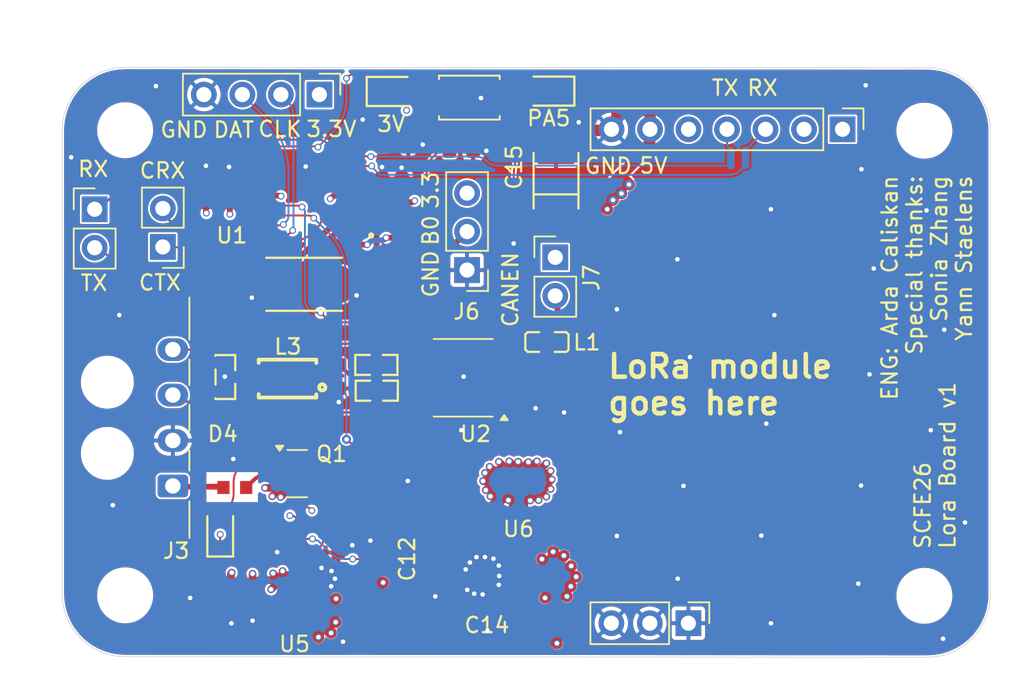
<source format=kicad_pcb>
(kicad_pcb (version 20241229) (generator "pcbnew") (generator_version "9.0")
  (layers (0 "F.Cu" power) (4 "In1.Cu" power) (6 "In2.Cu" power) (2 "B.Cu" signal) (13 "F.Paste" user) (15 "B.Paste" user) (5 "F.SilkS" user "F.Silkscreen") (7 "B.SilkS" user "B.Silkscreen") (1 "F.Mask" user) (3 "B.Mask" user) (25 "Edge.Cuts" user))
  (net 0 "")
  (net 1 "SWDIO")
  (net 2 "Net-(S1-B)")
  (net 3 "USART2_RX")
  (net 4 "+3.3V")
  (net 5 "CANTX")
  (net 7 "Net-(U1-PF0-OSC_IN)")
  (net 9 "CANRX")
  (net 10 "GND")
  (net 12 "SWCLK")
  (net 13 "Net-(U1-PA5)")
  (net 16 "USART2_TX")
  (net 18 "Net-(U1-PF1-OSC_OUT)")
  (net 19 "+5V")
  (net 20 "Net-(D3-Pad1)")
  (net 21 "Net-(D1-Pad1)")
  (net 22 "LORA_TX")
  (net 24 "LORA_RX")
  (net 27 "Net-(U2-VCC)")
  (net 28 "+12V")
  (net 29 "+BATT")
  (net 30 "Net-(Q1-D)")
  (net 31 "Net-(Q1-G)")
  (net 32 "Net-(U1-BOOT0PB8)")
  (net 33 "Net-(R11-Pad1)")
  (net 34 "Net-(R12-Pad1)")
  (net 35 "Net-(J7-Pin_2)")
  (net 36 "Net-(U2-Rs)")
  (net 37 "Net-(J6-Pin_2)")
  (net 40 "Net-(U5-FB)")
  (net 41 "Net-(U5-EN)")
  (net 42 "/CAN_N")
  (net 43 "/CAN_P")
  (net 44 "CAN+")
  (net 45 "CAN-")
  (net 46 "/Vref")
  (footprint "Connector_PinHeader_2.54mm:PinHeader_1x03_P2.54mm_Vertical" (layer "F.Cu") (at 111.2012 41.6306 180)
    (property "Reference" "J6")
    (property "Value" "Conn_01x03_Pin")
  )
  (footprint "Connector_PinHeader_2.54mm:PinHeader_1x02_P2.54mm_Vertical" (layer "F.Cu") (at 91.1352 40.1066 180)
    (property "Reference" "J8" (hide yes))
    (property "Value" "Conn_01x02_Pin")
  )
  (footprint "PCM_JLCPCB:R_0603" (layer "F.Cu") (at 114.2746 38.2016 -90)
    (property "Reference" "R1" (hide yes))
    (property "Value" "820Ω")
  )
  (footprint "PCM_JLCPCB:SW_TS-1088-AR02016" (layer "F.Cu") (at 111.3536 30.2514 180)
    (property "Reference" "S1" (hide yes))
    (property "Value" "Tactile Button, 160gf")
  )
  (footprint "PCM_JLCPCB:C_0603" (layer "F.Cu") (at 102.729547 48.6664 -90)
    (property "Reference" "C18" (hide yes))
    (property "Value" "4.7nF")
  )
  (footprint "MountingHole:MountingHole_3.2mm_M3_DIN965" (layer "F.Cu") (at 141.3624 32.4312)
    (property "Reference" "H1" (hide yes))
    (property "Value" "M3 MountingHole")
  )
  (footprint "easyeda2kicad:QFN-7_L4.0-W3.3_TPSM863257RDXR" (layer "F.Cu") (at 100.3369 62.8001)
    (property "Reference" "U5")
    (property "Value" "TPSM863252RDXR")
  )
  (footprint "PCM_JLCPCB:R_0402" (layer "F.Cu") (at 105.159947 46.495358 180)
    (property "Reference" "R11" (hide yes))
    (property "Value" "0Ω" (hide yes))
  )
  (footprint "PCM_JLCPCB:C_0805" (layer "F.Cu") (at 117.602 49.0728 -90)
    (property "Reference" "C7" (hide yes))
    (property "Value" "10uF")
  )
  (footprint "PCM_JLCPCB:C_0603" (layer "F.Cu") (at 110.8202 33.7566 180)
    (property "Reference" "C6" (hide yes))
    (property "Value" "100nF")
  )
  (footprint "PCM_JLCPCB:R_0603" (layer "F.Cu") (at 106.8832 40.2336 90)
    (property "Reference" "R5" (hide yes))
    (property "Value" "10kΩ")
  )
  (footprint "PCM_JLCPCB:C_0603" (layer "F.Cu") (at 93.98 36.3728 90)
    (property "Reference" "C3" (hide yes))
    (property "Value" "4.7uF")
  )
  (footprint "PCM_JLCPCB:C_0603" (layer "F.Cu") (at 96.257 42.6704 90)
    (property "Reference" "C9" (hide yes))
    (property "Value" "20pF")
  )
  (footprint "PCM_JLCPCB:C_0805" (layer "F.Cu") (at 104.0384 65.1764 -90)
    (property "Reference" "C22" (hide yes))
    (property "Value" "22uF")
  )
  (footprint "PCM_JLCPCB:R_0603" (layer "F.Cu") (at 109.29438 52.3494 180)
    (property "Reference" "R9" (hide yes))
    (property "Value" "0Ω")
  )
  (footprint "MountingHole:MountingHole_3.2mm_M3_DIN965" (layer "F.Cu") (at 88.65 32.4)
    (property "Reference" "H3" (hide yes))
    (property "Value" "M3 MountingHole")
  )
  (footprint "PCM_JLCPCB:C_0603" (layer "F.Cu") (at 101.9302 60.2742)
    (property "Reference" "C20" (hide yes))
    (property "Value" "10nF")
  )
  (footprint "MountingHole:MountingHole_3.2mm_M3_DIN965" (layer "F.Cu") (at 88.65 63.1)
    (property "Reference" "H4" (hide yes))
    (property "Value" "M3 MountingHole")
  )
  (footprint "easyeda2kicad:F0603" (layer "F.Cu") (at 95.885 55.9816)
    (property "Reference" "F1" (hide yes))
    (property "Value" "BSMD0603-020-16V")
  )
  (footprint "PCM_JLCPCB:C_0603" (layer "F.Cu") (at 97.0534 63.1878 -90)
    (property "Reference" "C17" (hide yes))
    (property "Value" "100nF")
  )
  (footprint "PCM_JLCPCB:C_0603" (layer "F.Cu") (at 95.5548 36.3728 90)
    (property "Reference" "C2" (hide yes))
    (property "Value" "100nF")
  )
  (footprint "PCM_JLCPCB:R_0603" (layer "F.Cu") (at 100.9396 58.5978)
    (property "Reference" "R13" (hide yes))
    (property "Value" "68kΩ")
  )
  (footprint "PCM_JLCPCB:C_0603" (layer "F.Cu") (at 106.9 36.3728 90)
    (property "Reference" "C5" (hide yes))
    (property "Value" "1uF")
  )
  (footprint "Connector_Molex:Molex_Micro-Fit_3.0_43650-0400_1x04_P3.00mm_Horizontal" (layer "F.Cu") (at 91.7956 55.88 90)
    (property "Reference" "J3")
    (property "Value" "43650-0400")
  )
  (footprint "Connector_PinHeader_2.54mm:PinHeader_1x07_P2.54mm_Vertical" (layer "F.Cu") (at 135.9662 32.34 -90)
    (property "Reference" "J1" (hide yes))
    (property "Value" "Conn_01x07")
  )
  (footprint "easyeda2kicad:CASE-B_3528" (layer "F.Cu") (at 117.0686 35.7378 90)
    (property "Reference" "C15")
    (property "Value" "TLJB227M006R0500")
  )
  (footprint "PCM_JLCPCB:C_0603" (layer "F.Cu") (at 115.72058 49.050901 -90)
    (property "Reference" "C11" (hide yes))
    (property "Value" "100nF")
  )
  (footprint "easyeda2kicad:FILTER-SMD_4P-L3.9-W2.5-BL" (layer "F.Cu") (at 99.3584 48.7934 90)
    (property "Reference" "L3")
    (property "Value" "ACT1210-101-2P-TL00")
  )
  (footprint "PCM_JLCPCB:R_0402" (layer "F.Cu") (at 105.193347 51.016558 180)
    (property "Reference" "R12" (hide yes))
    (property "Value" "0Ω" (hide yes))
  )
  (footprint "easyeda2kicad:R0603" (layer "F.Cu") (at 105.244147 49.594158 180)
    (property "Reference" "R6" (hide yes))
    (property "Value" "0603WAF604JT5E")
  )
  (footprint "easyeda2kicad:TSSOP-20_L6.5-W4.4-P0.65-LS6.4-BL" (layer "F.Cu") (at 100.6348 36.3982 90)
    (property "Reference" "U1")
    (property "Value" "STM32F042F4P6")
  )
  (footprint "PCM_JLCPCB:C_0603" (layer "F.Cu") (at 95.631 63.1878 90)
    (property "Reference" "C1" (hide yes))
    (property "Value" "10uF")
  )
  (footprint "easyeda2kicad:L0603" (layer "F.Cu") (at 116.4732 46.3804)
    (property "Reference" "L1")
    (property "Value" "GZ1608D601TF")
  )
  (footprint "PCM_JLCPCB:R_0603" (layer "F.Cu") (at 95.885 54.102 180)
    (property "Reference" "R3" (hide yes))
    (property "Value" "13kΩ")
  )
  (footprint "PCM_JLCPCB:C_0603" (layer "F.Cu") (at 104.5464 61.4934 90)
    (property "Reference" "C21" (hide yes))
    (property "Value" "22pF")
  )
  (footprint "PCM_JLCPCB:D_0805" (layer "F.Cu") (at 106.2736 29.845)
    (property "Reference" "D3" (hide yes))
    (property "Value" "Red")
  )
  (footprint "PCM_JLCPCB:C_1206" (layer "F.Cu") (at 109.1298 60.7056 -90)
    (property "Reference" "C12")
    (property "Value" "22uF")
  )
  (footprint "PCM_JLCPCB:R_0603" (layer "F.Cu") (at 97.917 58.5978)
    (property "Reference" "R16" (hide yes))
    (property "Value" "220kΩ")
  )
  (footprint "Package_TO_SOT_SMD:SOT-223-3_TabPin2" (layer "F.Cu") (at 114.5908 58.7244 90)
    (property "Reference" "U6")
    (property "Value" "AMS1117-3.3")
  )
  (footprint "easyeda2kicad:R0603" (layer "F.Cu") (at 105.218747 47.892358 180)
    (property "Reference" "R7" (hide yes))
    (property "Value" "0603WAF604JT5E")
  )
  (footprint "Package_TO_SOT_SMD:SOT-23" (layer "F.Cu") (at 99.9998 55.0672)
    (property "Reference" "Q1")
    (property "Value" "AO3401A")
  )
  (footprint "PCM_JLCPCB:CRYSTAL-SMD_L5.0-W3.2" (layer "F.Cu") (at 100.457 42.5704 180)
    (property "Reference" "X1" (hide yes))
    (property "Value" "X50328MSB2GI")
  )
  (footprint "Connector_PinHeader_2.54mm:PinHeader_1x02_P2.54mm_Vertical" (layer "F.Cu") (at 86.6394 37.6174)
    (property "Reference" "J9" (hide yes))
    (property "Value" "Conn_01x02_Pin")
  )
  (footprint "Connector_PinHeader_2.54mm:PinHeader_1x03_P2.54mm_Vertical" (layer "F.Cu") (at 125.7962 64.94 -90)
    (property "Reference" "J2" (hide yes))
    (property "Value" "Conn_01x03")
  )
  (footprint "PCM_JLCPCB:R_0603" (layer "F.Cu") (at 98.7552 60.2488 180)
    (property "Reference" "R18" (hide yes))
    (property "Value" "30kΩ")
  )
  (footprint "PCM_JLCPCB:C_0603" (layer "F.Cu") (at 104.657 42.5204 90)
    (property "Reference" "C10" (hide yes))
    (property "Value" "20pF")
  )
  (footprint "PCM_JLCPCB:D_0805" (layer "F.Cu") (at 116.586 29.8196 180)
    (property "Reference" "D1" (hide yes))
    (property "Value" "Green")
  )
  (footprint "MountingHole:MountingHole_3.2mm_M3_DIN965" (layer "F.Cu") (at 141.3624 63.1312)
    (property "Reference" "H2" (hide yes))
    (property "Value" "M3 MountingHole")
  )
  (footprint "Connector_PinHeader_2.54mm:PinHeader_1x02_P2.54mm_Vertical" (layer "F.Cu") (at 117.0178 40.7924)
    (property "Reference" "J7")
    (property "Value" "Conn_01x02_Pin")
  )
  (footprint "Connector_PinHeader_2.54mm:PinHeader_1x04_P2.54mm_Vertical" (layer "F.Cu") (at 101.46 30.05 -90)
    (property "Reference" "J4" (hide yes))
    (property "Value" "Conn_01x04_Pin")
  )
  (footprint "easyeda2kicad:SOT-23-3_L2.9-W1.3-P1.90-LS2.3-BR" (layer "F.Cu") (at 95.25 48.6918 180)
    (property "Reference" "D4")
    (property "Value" "ESD2CANFD24DBZRQ1")
  )
  (footprint "PCM_JLCPCB:R_0603" (layer "F.Cu") (at 104.013 58.5978 180)
    (property "Reference" "R14" (hide yes))
    (property "Value" "10kΩ")
  )
  (footprint "PCM_JLCPCB:D_SOD-323" (layer "F.Cu") (at 94.9198 58.928 90)
    (property "Reference" "D6" (hide yes))
    (property "Value" "BZT52C10S")
  )
  (footprint "PCM_JLCPCB:C_0603" (layer "F.Cu") (at 122.3264 29.5148 180)
    (property "Reference" "C8" (hide yes))
    (property "Value" "100nF")
  )
  (footprint "Package_SO:SOIC-8_3.9x4.9mm_P1.27mm" (layer "F.Cu") (at 110.9472 48.7426 180)
    (property "Reference" "U2")
    (property "Value" "SN65HVD230DR")
  )
  (footprint "PCM_JLCPCB:R_0603" (layer "F.Cu") (at 106.5 33.35)
    (property "Reference" "R2" (hide yes))
    (property "Value" "820Ω")
  )
  (footprint "PCM_JLCPCB:C_0603" (layer "F.Cu") (at 105.6 36.3728 90)
    (property "Reference" "C4" (hide yes))
    (property "Value" "10nF")
  )
  (footprint "PCM_JLCPCB:C_0805" (layer "F.Cu") (at 116.191 64.8966 180)
    (property "Reference" "C14")
    (property "Value" "10uF")
  )
  (footprint "NetTie:NetTie-2_SMD_Pad0.5mm" (layer "B.Cu") (at 128.6002 34.2392 -90)
    (property "Reference" "NT2" (hide yes))
    (property "Value" "NetTie_2" (hide yes))
  )
  (footprint "NetTie:NetTie-2_SMD_Pad0.5mm" (layer "B.Cu") (at 129.5654 34.2138 -90)
    (property "Reference" "NT1" (hide yes))
    (property "Value" "NetTie_2" (hide yes))
  )
  (gr_circle (center 104.8766 39.3446) (end 105.029 39.3446) (stroke (width 0.1)) (fill yes) (layer "F.SilkS"))
  (gr_arc (start 145.7124 63.0312) (mid 144.496893 65.965693) (end 141.5624 67.1812) (stroke (width 0.05)) (layer "Edge.Cuts"))
  (gr_line (start 88.65 28.25) (end 141.5624 28.2812) (stroke (width 0.05)) (layer "Edge.Cuts"))
  (gr_line (start 145.7124 32.4312) (end 145.7124 63.0312) (stroke (width 0.05)) (layer "Edge.Cuts"))
  (gr_line (start 141.5624 67.1812) (end 88.65 67.15) (stroke (width 0.05)) (layer "Edge.Cuts"))
  (gr_arc (start 84.5 32.4) (mid 85.715507 29.465507) (end 88.65 28.25) (stroke (width 0.05)) (layer "Edge.Cuts"))
  (gr_arc (start 141.5624 28.2812) (mid 144.496893 29.496707) (end 145.7124 32.4312) (stroke (width 0.05)) (layer "Edge.Cuts"))
  (gr_line (start 84.5 63) (end 84.5 32.4) (stroke (width 0.05)) (layer "Edge.Cuts"))
  (gr_arc (start 88.65 67.15) (mid 85.715507 65.934493) (end 84.5 63) (stroke (width 0.05)) (layer "Edge.Cuts"))
  (gr_text "RX" (at 85.4456 35.56 0) (layer "F.SilkS") (effects (font (size 1.016 1.016) (thickness 0.1524)) (justify left bottom)))
  (gr_text "GND" (at 109.3978 43.5356 90) (layer "F.SilkS") (effects (font (size 1.016 1.016) (thickness 0.1524)) (justify left bottom)))
  (gr_text "CTX" (at 89.4588 43.053 0) (layer "F.SilkS") (effects (font (size 1.016 1.016) (thickness 0.1524)) (justify left bottom)))
  (gr_text "SCFE26\nLora Board v1" (at 143.4846 60.1218 90) (layer "F.SilkS") (effects (font (size 1.016 1.016) (thickness 0.1524)) (justify left bottom)))
  (gr_text "3.3V" (at 100.5078 32.9184 0) (layer "F.SilkS") (effects (font (size 1.016 1.016) (thickness 0.1524)) (justify left bottom)))
  (gr_text "RX" (at 129.5908 30.2006 0) (layer "F.SilkS") (effects (font (size 1.016 1.016) (thickness 0.1524)) (justify left bottom)))
  (gr_text "TX" (at 85.6234 43.0784 0) (layer "F.SilkS") (effects (font (size 1.016 1.016) (thickness 0.1524)) (justify left bottom)))
  (gr_text "3V" (at 105.1814 32.5882 0) (layer "F.SilkS") (effects (font (size 1.016 1.016) (thickness 0.1524)) (justify left bottom)))
  (gr_text "LoRa module\ngoes here" (at 120.3452 51.2826 0) (layer "F.SilkS") (effects (font (size 1.5 1.5) (thickness 0.3) (bold yes)) (justify left bottom)))
  (gr_text "CLK" (at 97.3328 32.9184 0) (layer "F.SilkS") (effects (font (size 1.016 1.016) (thickness 0.1524)) (justify left bottom)))
  (gr_text "DAT" (at 94.3864 32.9692 0) (layer "F.SilkS") (effects (font (size 1.016 1.016) (thickness 0.1524)) (justify left bottom)))
  (gr_text "3.3" (at 109.3978 37.6682 90) (layer "F.SilkS") (effects (font (size 1.016 1.016) (thickness 0.1524)) (justify left bottom)))
  (gr_text "CANEN" (at 114.6556 45.4914 90) (layer "F.SilkS") (effects (font (size 1.016 1.016) (thickness 0.1524)) (justify left bottom)))
  (gr_text "ENG: Arda Caliskan\nSpecial thanks:\nSonia Zhang\nYann Staelens" (at 144.5768 35.306 90) (layer "F.SilkS") (effects (font (size 1.016 1.016) (thickness 0.1524)) (justify right bottom)))
  (gr_text "5V" (at 122.4788 35.3314 0) (layer "F.SilkS") (effects (font (size 1.016 1.016) (thickness 0.1524)) (justify left bottom)))
  (gr_text "B0" (at 109.3978 40.1066 90) (layer "F.SilkS") (effects (font (size 1.016 1.016) (thickness 0.1524)) (justify left bottom)))
  (gr_text "CRX" (at 89.5096 35.6616 0) (layer "F.SilkS") (effects (font (size 1.016 1.016) (thickness 0.1524)) (justify left bottom)))
  (gr_text "PA5" (at 115.062 32.2072 0) (layer "F.SilkS") (effects (font (size 1.016 1.016) (thickness 0.1524)) (justify left bottom)))
  (gr_text "GND" (at 118.872 35.3568 0) (layer "F.SilkS") (effects (font (size 1.016 1.016) (thickness 0.1524)) (justify left bottom)))
  (gr_text "GND" (at 90.8812 32.9692 0) (layer "F.SilkS") (effects (font (size 1.016 1.016) (thickness 0.1524)) (justify left bottom)))
  (gr_text "TX" (at 127.254 30.2006 0) (layer "F.SilkS") (effects (font (size 1.016 1.016) (thickness 0.1524)) (justify left bottom)))
  (segment (start 98.980208 38.6782) (end 97.7648 38.6782) (width 0.127) (layer "F.Cu") (net 1))
  (segment (start 99.073183 38.628715) (end 99.081682 38.628715) (width 0.127) (layer "F.Cu") (net 1))
  (segment (start 99.058675 38.634724) (end 99.039942 38.653457) (width 0.127) (layer "F.Cu") (net 1))
  (via (at 99.081682 38.628715) (size 0.45) (drill 0.3) (layers "F.Cu" "B.Cu") (net 1))
  (arc (start 99.073183 38.628715) (mid 99.065331 38.630276) (end 99.058675 38.634724) (width 0.127) (layer "F.Cu") (net 1))
  (arc (start 99.039942 38.653457) (mid 99.012536 38.671769) (end 98.980208 38.6782) (width 0.127) (layer "F.Cu") (net 1))
  (segment (start 99.081682 38.628715) (end 99.253191 38.457206) (width 0.127) (layer "B.Cu") (net 1))
  (segment (start 97.90235 31.57235) (end 96.38 30.05) (width 0.127) (layer "B.Cu") (net 1))
  (segment (start 99.4247 38.043146) (end 99.4247 35.247628) (width 0.127) (layer "B.Cu") (net 1))
  (arc (start 99.4247 38.043146) (mid 99.380126 38.267233) (end 99.253191 38.457206) (width 0.127) (layer "B.Cu") (net 1))
  (arc (start 97.90235 31.57235) (mid 99.029054 33.258581) (end 99.4247 35.247628) (width 0.127) (layer "B.Cu") (net 1))
  (segment (start 109.124115 33.995884) (end 108.9488 34.1712) (width 0.127) (layer "F.Cu") (net 2))
  (segment (start 109.769842 30.2514) (end 109.2786 30.2514) (width 0.381) (layer "F.Cu") (net 2))
  (segment (start 105.884097 38.1) (end 106.84314 38.1) (width 0.127) (layer "F.Cu") (net 2))
  (segment (start 110.0656 33.122674) (end 110.0656 33.713239) (width 0.381) (layer "F.Cu") (net 2))
  (segment (start 109.9566 30.438157) (end 109.9566 32.859525) (width 0.381) (layer "F.Cu") (net 2))
  (segment (start 104.141518 37.3782) (end 103.5048 37.3782) (width 0.127) (layer "F.Cu") (net 2))
  (segment (start 108.5342 36.40894) (end 108.5342 35.172132) (width 0.127) (layer "F.Cu") (net 2))
  (segment (start 109.7018 33.7566) (end 110.022239 33.7566) (width 0.127) (layer "F.Cu") (net 2))
  (arc (start 108.0389 37.6047) (mid 107.49028 37.971275) (end 106.84314 38.1) (width 0.127) (layer "F.Cu") (net 2))
  (arc (start 109.9019 30.3061) (mid 109.841311 30.265616) (end 109.769842 30.2514) (width 0.381) (layer "F.Cu") (net 2))
  (arc (start 108.5342 36.40894) (mid 108.405475 37.05608) (end 108.0389 37.6047) (width 0.127) (layer "F.Cu") (net 2))
  (arc (start 105.012808 37.7391) (mid 104.613056 37.471994) (end 104.141518 37.3782) (width 0.127) (layer "F.Cu") (net 2))
  (arc (start 109.7018 33.7566) (mid 109.389159 33.818787) (end 109.124115 33.995884) (width 0.127) (layer "F.Cu") (net 2))
  (arc (start 110.0111 32.9911) (mid 110.051435 33.051466) (end 110.0656 33.122674) (width 0.381) (layer "F.Cu") (net 2))
  (arc (start 110.0656 33.713239) (mid 110.062299 33.729832) (end 110.0529 33.7439) (width 0.381) (layer "F.Cu") (net 2))
  (arc (start 108.9488 34.1712) (mid 108.641951 34.630431) (end 108.5342 35.172132) (width 0.127) (layer "F.Cu") (net 2))
  (arc (start 105.012808 37.7391) (mid 105.412558 38.006205) (end 105.884097 38.1) (width 0.127) (layer "F.Cu") (net 2))
  (arc (start 109.9566 32.859525) (mid 109.970764 32.930732) (end 110.0111 32.9911) (width 0.381) (layer "F.Cu") (net 2))
  (arc (start 110.0529 33.7439) (mid 110.038832 33.753299) (end 110.022239 33.7566) (width 0.381) (layer "F.Cu") (net 2))
  (arc (start 109.9019 30.3061) (mid 109.942383 30.366688) (end 109.9566 30.438157) (width 0.381) (layer "F.Cu") (net 2))
  (segment (start 93.780263 33.0237) (end 101.390192 33.0237) (width 0.127) (layer "F.Cu") (net 3))
  (segment (start 104.636317 34.1376) (end 104.8512 34.1376) (width 0.127) (layer "F.Cu") (net 3))
  (segment (start 89.932507 34.617492) (end 87.036261 37.513738) (width 0.127) (layer "F.Cu") (net 3))
  (segment (start 102.570848 33.874248) (end 101.953721 33.257121) (width 0.127) (layer "F.Cu") (net 3))
  (segment (start 104.589482 34.1182) (end 103.8498 34.1182) (width 0.127) (layer "F.Cu") (net 3))
  (segment (start 103.8498 34.1182) (end 103.1598 34.1182) (width 0.127) (layer "F.Cu") (net 3))
  (segment (start 86.786 37.6174) (end 86.6394 37.6174) (width 0.127) (layer "F.Cu") (net 3))
  (via (at 104.8512 34.1376) (size 0.45) (drill 0.3) (layers "F.Cu" "B.Cu") (net 3))
  (arc (start 104.6129 34.1279) (mid 104.623643 34.135079) (end 104.636317 34.1376) (width 0.127) (layer "F.Cu") (net 3))
  (arc (start 87.036261 37.513738) (mid 86.92144 37.590459) (end 86.786 37.6174) (width 0.127) (layer "F.Cu") (net 3))
  (arc (start 102.570848 33.874248) (mid 102.841061 34.054798) (end 103.1598 34.1182) (width 0.127) (layer "F.Cu") (net 3))
  (arc (start 104.6129 34.1279) (mid 104.602155 34.12072) (end 104.589482 34.1182) (width 0.127) (layer "F.Cu") (net 3))
  (arc (start 93.780263 33.0237) (mid 91.697872 33.437913) (end 89.932507 34.617492) (width 0.127) (layer "F.Cu") (net 3))
  (arc (start 101.953721 33.257121) (mid 101.695172 33.084364) (end 101.390192 33.0237) (width 0.127) (layer "F.Cu") (net 3))
  (segment (start 113.222292 34.7392) (end 128.6002 34.7392) (width 0.127) (layer "B.Cu") (net 3))
  (segment (start 104.8512 34.1376) (end 111.769901 34.1376) (width 0.127) (layer "B.Cu") (net 3))
  (arc (start 112.496097 34.4384) (mid 112.829278 34.661024) (end 113.222292 34.7392) (width 0.127) (layer "B.Cu") (net 3))
  (arc (start 112.496097 34.4384) (mid 112.162915 34.215775) (end 111.769901 34.1376) (width 0.127) (layer "B.Cu") (net 3))
  (segment (start 114.591 55.5744) (end 114.9157 55.5744) (width 0.508) (layer "F.Cu") (net 4))
  (segment (start 114.5654 54.2794) (end 114.5781 54.2921) (width 0.508) (layer "F.Cu") (net 4))
  (segment (start 104.9055 36.9355) (end 104.954084 36.984084) (width 0.381) (layer "F.Cu") (net 4))
  (segment (start 107.431678 29.9974) (end 107.4168 29.9974) (width 0.254) (layer "F.Cu") (net 4))
  (segment (start 112.7239 55.8665) (end 112.4318 56.1586) (width 0.508) (layer "F.Cu") (net 4))
  (segment (start 103.5048 36.7182) (end 104.380891 36.7182) (width 0.381) (layer "F.Cu") (net 4))
  (segment (start 114.6162 56.7936) (end 114.6416 56.819) (width 0.508) (layer "F.Cu") (net 4))
  (segment (start 114.626579 55.43742) (end 115.81 54.254) (width 0.508) (layer "F.Cu") (net 4))
  (segment (start 98.776912 36.7284) (end 98.892839 36.7284) (width 0.381) (layer "F.Cu") (net 4))
  (segment (start 102.177531 36.924931) (end 102.280896 36.821565) (width 0.381) (layer "F.Cu") (net 4))
  (segment (start 115.2512 54.3048) (end 114.806184 54.749815) (width 0.508) (layer "F.Cu") (net 4))
  (segment (start 114.590658 55.574541) (end 111.787283 58.377916) (width 0.762) (layer "F.Cu") (net 4))
  (segment (start 115.708835 55.866435) (end 116.4336 56.5912) (width 0.508) (layer "F.Cu") (net 4))
  (segment (start 97.7648 36.7182) (end 98.752287 36.7182) (width 0.381) (layer "F.Cu") (net 4))
  (segment (start 114.5906 55.5744) (end 114.54 55.5744) (width 0.508) (layer "F.Cu") (net 4))
  (segment (start 114.5908 55.5742) (end 114.5908 55.219) (width 0.508) (layer "F.Cu") (net 4))
  (segment (start 116.713 54.8894) (end 116.3705 55.2319) (width 0.508) (layer "F.Cu") (net 4))
  (segment (start 112.686 54.6094) (end 113.31873 55.24213) (width 0.508) (layer "F.Cu") (net 4))
  (segment (start 116.7261 55.5113) (end 116.7892 55.4482) (width 0.508) (layer "F.Cu") (net 4))
  (segment (start 112.29736 55.5744) (end 114.5906 55.5744) (width 0.508) (layer "F.Cu") (net 4))
  (segment (start 107.330078 29.961478) (end 107.2898 29.9212) (width 0.254) (layer "F.Cu") (net 4))
  (segment (start 114.5908 55.8218) (end 114.5908 55.5746) (width 0.508) (layer "F.Cu") (net 4))
  (segment (start 114.765738 56.244138) (end 115.3668 56.8452) (width 0.508) (layer "F.Cu") (net 4))
  (segment (start 114.711807 55.606007) (end 115.9256 56.8198) (width 0.508) (layer "F.Cu") (net 4))
  (segment (start 113.421871 55.879728) (end 112.7366 56.565) (width 0.508) (layer "F.Cu") (net 4))
  (segment (start 114.5906 55.5744) (end 113.429091 55.5744) (width 0.508) (layer "F.Cu") (net 4))
  (segment (start 114.591 55.5744) (end 115.0038 55.5744) (width 0.508) (layer "F.Cu") (net 4))
  (segment (start 114.5906 55.5744) (end 114.159 55.5744) (width 0.508) (layer "F.Cu") (net 4))
  (segment (start 103.5048 36.7182) (end 102.530442 36.7182) (width 0.381) (layer "F.Cu") (net 4))
  (segment (start 112.254 55.549) (end 112.2667 55.5617) (width 0.508) (layer "F.Cu") (net 4))
  (segment (start 114.384254 56.365145) (end 113.9304 56.819) (width 0.508) (layer "F.Cu") (net 4))
  (segment (start 114.591 55.5744) (end 115.543631 55.5744) (width 0.508) (layer "F.Cu") (net 4))
  (segment (start 93.98 37.828039) (end 93.98 37.1528) (width 0.381) (layer "F.Cu") (net 4))
  (segment (start 105.8386 37.1528) (end 106.9 37.1528) (width 0.381) (layer "F.Cu") (net 4))
  (segment (start 107.2136 31.0896) (end 107.2136 29.952763) (width 0.254) (layer "F.Cu") (net 4))
  (segment (start 114.591 55.5744) (end 114.6355 55.5744) (width 0.508) (layer "F.Cu") (net 4))
  (segment (start 114.591 55.5744) (end 115.844424 55.5744) (width 0.508) (layer "F.Cu") (net 4))
  (segment (start 114.5908 55.5238) (end 114.5908 55.5742) (width 0.508) (layer "F.Cu") (net 4))
  (segment (start 114.5906 55.5744) (end 113.334931 55.5744) (width 0.508) (layer "F.Cu") (net 4))
  (segment (start 107.493 30.0228) (end 107.5184 30.0482) (width 0.254) (layer "F.Cu") (net 4))
  (segment (start 114.590258 55.574258) (end 113.2954 54.2794) (width 0.508) (layer "F.Cu") (net 4))
  (segment (start 114.5908 55.5742) (end 114.5908 55.2698) (width 0.508) (layer "F.Cu") (net 4))
  (segment (start 93.9927 37.8587) (end 94.0054 37.8714) (width 0.381) (layer "F.Cu") (net 4))
  (segment (start 112.6604 55.295) (end 112.381 55.0156) (width 0.508) (layer "F.Cu") (net 4))
  (segment (start 114.5908 56.732278) (end 114.5908 55.5746) (width 0.508) (layer "F.Cu") (net 4))
  (segment (start 114.5908 55.5746) (end 114.5908 55.8665) (width 0.508) (layer "F.Cu") (net 4))
  (segment (start 116.713 56.0832) (end 116.4586 55.8288) (width 0.508) (layer "F.Cu") (net 4))
  (segment (start 114.591 55.5744) (end 116.573763 55.5744) (width 0.508) (layer "F.Cu") (net 4))
  (segment (start 96.296708 36.7182) (end 97.7648 36.7182) (width 0.381) (layer "F.Cu") (net 4))
  (segment (start 107.7468 37.0586) (end 107.6997 37.1057) (width 0.381) (layer "F.Cu") (net 4))
  (segment (start 113.9812 54.254) (end 114.339494 54.612294) (width 0.508) (layer "F.Cu") (net 4))
  (segment (start 114.453278 55.610321) (end 113.27 56.7936) (width 0.508) (layer "F.Cu") (net 4))
  (segment (start 114.5906 55.5744) (end 114.1209 55.5744) (width 0.508) (layer "F.Cu") (net 4))
  (segment (start 93.98 37.1528) (end 95.247491 37.1528) (width 0.381) (layer "F.Cu") (net 4))
  (segment (start 95.5548 37.9465) (end 95.5548 37.460108) (width 0.381) (layer "F.Cu") (net 4))
  (segment (start 105.8386 37.1528) (end 105.3614 37.1528) (width 0.381) (layer "F.Cu") (net 4))
  (segment (start 114.5908 55.5746) (end 114.5908 61.8744) (width 1.27) (layer "F.Cu") (net 4))
  (segment (start 98.9362 36.7538) (end 98.9235 36.7411) (width 0.381) (layer "F.Cu") (net 4))
  (segment (start 114.5908 55.5742) (end 114.5908 54.32276) (width 0.508) (layer "F.Cu") (net 4))
  (segment (start 106.9 37.1528) (end 107.58599 37.1528) (width 0.381) (layer "F.Cu") (net 4))
  (segment (start 110.0474 59.0986) (end 109.0282 59.0986) (width 0.762) (layer "F.Cu") (net 4))
  (segment (start 115.470338 55.344661) (end 116.4336 54.3814) (width 0.508) (layer "F.Cu") (net 4))
  (via (at 115.81 54.254) (size 0.45) (drill 0.3) (layers "F.Cu" "B.Cu") (net 4))
  (via (at 116.713 56.0832) (size 0.45) (drill 0.3) (layers "F.Cu" "B.Cu") (net 4))
  (via (at 116.7892 55.4482) (size 0.45) (drill 0.3) (layers "F.Cu" "B.Cu") (net 4))
  (via (at 102.177531 36.924931) (size 0.45) (drill 0.3) (layers "F.Cu" "B.Cu") (net 4))
  (via (at 113.9304 56.819) (size 0.45) (drill 0.3) (layers "F.Cu" "B.Cu") (net 4))
  (via (at 95.5548 37.9465) (size 0.45) (drill 0.3) (layers "F.Cu" "B.Cu") (net 4))
  (via (at 113.2954 54.2794) (size 0.45) (drill 0.3) (layers "F.Cu" "B.Cu") (net 4))
  (via (at 112.7366 56.565) (size 0.45) (drill 0.3) (layers "F.Cu" "B.Cu") (net 4))
  (via (at 112.381 55.0156) (size 0.45) (drill 0.3) (layers "F.Cu" "B.Cu") (net 4))
  (via (at 115.3668 56.8452) (size 0.45) (drill 0.3) (layers "F.Cu" "B.Cu") (net 4))
  (via (at 94.0054 37.8714) (size 0.45) (drill 0.3) (layers "F.Cu" "B.Cu") (net 4))
  (via (at 112.4318 56.1586) (size 0.45) (drill 0.3) (layers "F.Cu" "B.Cu") (net 4))
  (via (at 114.5654 54.2794) (size 0.45) (drill 0.3) (layers "F.Cu" "B.Cu") (net 4))
  (via (at 107.2136 31.0896) (size 0.45) (drill 0.3) (layers "F.Cu" "B.Cu") (net 4))
  (via (at 113.9812 54.254) (size 0.45) (drill 0.3) (layers "F.Cu" "B.Cu") (net 4))
  (via (at 116.713 54.8894) (size 0.45) (drill 0.3) (layers "F.Cu" "B.Cu") (net 4))
  (via (at 116.4336 54.3814) (size 0.45) (drill 0.3) (layers "F.Cu" "B.Cu") (net 4))
  (via (at 115.2512 54.3048) (size 0.45) (drill 0.3) (layers "F.Cu" "B.Cu") (net 4))
  (via (at 115.9256 56.8198) (size 0.45) (drill 0.3) (layers "F.Cu" "B.Cu") (net 4))
  (via (at 116.4336 56.5912) (size 0.45) (drill 0.3) (layers "F.Cu" "B.Cu") (net 4))
  (via (at 112.254 55.549) (size 0.45) (drill 0.3) (layers "F.Cu" "B.Cu") (net 4))
  (via (at 107.7468 37.0586) (size 0.45) (drill 0.3) (layers "F.Cu" "B.Cu") (net 4))
  (via (at 98.9362 36.7538) (size 0.45) (drill 0.3) (layers "F.Cu" "B.Cu") (net 4))
  (via (at 112.686 54.6094) (size 0.45) (drill 0.3) (layers "F.Cu" "B.Cu") (net 4))
  (arc (start 114.5906 55.5744) (mid 114.590741 55.574341) (end 114.5908 55.5742) (width 0.508) (layer "F.Cu") (net 4))
  (arc (start 96.296708 36.7182) (mid 96.012792 36.774674) (end 95.7721 36.9355) (width 0.381) (layer "F.Cu") (net 4))
  (arc (start 114.591 55.5744) (mid 114.591 55.5744) (end 114.591 55.5744) (width 0.508) (layer "F.Cu") (net 4))
  (arc (start 114.5908 55.5742) (mid 114.5908 55.5742) (end 114.5908 55.5742) (width 0.508) (layer "F.Cu") (net 4))
  (arc (start 114.5908 56.732278) (mid 114.597401 56.765465) (end 114.6162 56.7936) (width 0.508) (layer "F.Cu") (net 4))
  (arc (start 104.9055 36.9355) (mid 104.664807 36.774674) (end 104.380891 36.7182) (width 0.381) (layer "F.Cu") (net 4))
  (arc (start 114.339494 54.612294) (mid 114.525487 54.890653) (end 114.5908 55.219) (width 0.508) (layer "F.Cu") (net 4))
  (arc (start 112.2667 55.5617) (mid 112.280767 55.571099) (end 112.29736 55.5744) (width 0.508) (layer "F.Cu") (net 4))
  (arc (start 113.429091 55.5744) (mid 113.047444 55.650314) (end 112.7239 55.8665) (width 0.508) (layer "F.Cu") (net 4))
  (arc (start 114.5908 55.5742) (mid 114.590858 55.574341) (end 114.591 55.5744) (width 0.508) (layer "F.Cu") (net 4))
  (arc (start 115.470338 55.344661) (mid 115.215868 55.514692) (end 114.9157 55.5744) (width 0.508) (layer "F.Cu") (net 4))
  (arc (start 114.591 55.5744) (mid 114.591 55.5744) (end 114.591 55.5744) (width 0.508) (layer "F.Cu") (net 4))
  (arc (start 98.9235 36.7411) (mid 98.909432 36.7317) (end 98.892839 36.7284) (width 0.381) (layer "F.Cu") (net 4))
  (arc (start 113.31873 55.24213) (mid 113.686768 55.488045) (end 114.1209 55.5744) (width 0.508) (layer "F.Cu") (net 4))
  (arc (start 114.5908 55.8665) (mid 114.53712 56.136364) (end 114.384254 56.365145) (width 0.508) (layer "F.Cu") (net 4))
  (arc (start 98.7646 36.7233) (mid 98.75895 36.719525) (end 98.752287 36.7182) (width 0.381) (layer "F.Cu") (net 4))
  (arc (start 114.590658 55.574541) (mid 114.590676 55.57445) (end 114.5906 55.5744) (width 0.762) (layer "F.Cu") (net 4))
  (arc (start 102.530442 36.7182) (mid 102.395388 36.745063) (end 102.280896 36.821565) (width 0.381) (layer "F.Cu") (net 4))
  (arc (start 107.6997 37.1057) (mid 107.647529 37.140559) (end 107.58599 37.1528) (width 0.381) (layer "F.Cu") (net 4))
  (arc (start 95.7721 36.9355) (mid 95.611274 37.176192) (end 95.5548 37.460108) (width 0.381) (layer "F.Cu") (net 4))
  (arc (start 114.626579 55.43742) (mid 114.600098 55.477051) (end 114.5908 55.5238) (width 0.508) (layer "F.Cu") (net 4))
  (arc (start 114.54 55.5744) (mid 114.493066 55.583735) (end 114.453278 55.610321) (width 0.508) (layer "F.Cu") (net 4))
  (arc (start 95.247491 37.1528) (mid 95.531407 37.096325) (end 95.7721 36.9355) (width 0.381) (layer "F.Cu") (net 4))
  (arc (start 95.5548 37.460108) (mid 95.464791 37.242808) (end 95.247491 37.1528) (width 0.381) (layer "F.Cu") (net 4))
  (arc (start 114.5908 55.8218) (mid 114.636264 56.050367) (end 114.765738 56.244138) (width 0.508) (layer "F.Cu") (net 4))
  (arc (start 114.5906 55.5744) (mid 114.5906 55.5744) (end 114.5906 55.5744) (width 0.508) (layer "F.Cu") (net 4))
  (arc (start 114.591 55.5744) (mid 114.591 55.5744) (end 114.591 55.5744) (width 0.508) (layer "F.Cu") (net 4))
  (arc (start 114.806184 54.749815) (mid 114.646776 54.988386) (end 114.5908 55.2698) (width 0.508) (layer "F.Cu") (net 4))
  (arc (start 93.98 37.828039) (mid 93.9833 37.844632) (end 93.9927 37.8587) (width 0.381) (layer "F.Cu") (net 4))
  (arc (start 114.5908 55.5746) (mid 114.5908 55.5746) (end 114.5908 55.5746) (width 0.508) (layer "F.Cu") (net 4))
  (arc (start 115.708835 55.866435) (mid 115.385362 55.650297) (end 115.0038 55.5744) (width 0.508) (layer "F.Cu") (net 4))
  (arc (start 114.5906 55.5744) (mid 114.5906 55.5744) (end 114.5906 55.5744) (width 0.508) (layer "F.Cu") (net 4))
  (arc (start 114.5908 55.5742) (mid 114.5908 55.5742) (end 114.5908 55.5742) (width 0.508) (layer "F.Cu") (net 4))
  (arc (start 114.5906 55.5744) (mid 114.5906 55.5744) (end 114.5906 55.5744) (width 0.508) (layer "F.Cu") (net 4))
  (arc (start 114.159 55.5744) (mid 113.760068 55.653752) (end 113.421871 55.879728) (width 0.508) (layer "F.Cu") (net 4))
  (arc (start 114.5906 55.5744) (mid 114.5906 55.5744) (end 114.5906 55.5744) (width 0.508) (layer "F.Cu") (net 4))
  (arc (start 98.7646 36.7233) (mid 98.770248 36.727074) (end 98.776912 36.7284) (width 0.381) (layer "F.Cu") (net 4))
  (arc (start 114.5906 55.5744) (mid 114.5906 55.5744) (end 114.5906 55.5744) (width 0.508) (layer "F.Cu") (net 4))
  (arc (start 114.5908 55.5742) (mid 114.5908 55.5742) (end 114.5908 55.5742) (width 0.508) (layer "F.Cu") (net 4))
  (arc (start 107.330078 29.961478) (mid 107.369866 29.988064) (end 107.4168 29.9974) (width 0.254) (layer "F.Cu") (net 4))
  (arc (start 116.3705 55.2319) (mid 115.991129 55.485387) (end 115.543631 55.5744) (width 0.508) (layer "F.Cu") (net 4))
  (arc (start 114.5781 54.2921) (mid 114.587499 54.306167) (end 114.5908 54.32276) (width 0.508) (layer "F.Cu") (net 4))
  (arc (start 111.787283 58.377916) (mid 110.989017 58.9113) (end 110.0474 59.0986) (width 0.762) (layer "F.Cu") (net 4))
  (arc (start 114.5906 55.5744) (mid 114.5906 55.5744) (end 114.5906 55.5744) (width 0.508) (layer "F.Cu") (net 4))
  (arc (start 107.2898 29.9212) (mid 107.241155 29.911523) (end 107.2136 29.952763) (width 0.254) (layer "F.Cu") (net 4))
  (arc (start 104.954084 36.984084) (mid 105.140962 37.108952) (end 105.3614 37.1528) (width 0.381) (layer "F.Cu") (net 4))
  (arc (start 116.4586 55.8288) (mid 116.176813 55.640516) (end 115.844424 55.5744) (width 0.508) (layer "F.Cu") (net 4))
  (arc (start 116.7261 55.5113) (mid 116.656207 55.558) (end 116.573763 55.5744) (width 0.508) (layer "F.Cu") (net 4))
  (arc (start 114.5908 55.5746) (mid 114.5908 55.5746) (end 114.5908 55.5746) (width 0.508) (layer "F.Cu") (net 4))
  (arc (start 114.591 55.5744) (mid 114.590858 55.574458) (end 114.5908 55.5746) (width 0.508) (layer "F.Cu") (net 4))
  (arc (start 114.591 55.5744) (mid 114.591 55.5744) (end 114.591 55.5744) (width 0.508) (layer "F.Cu") (net 4))
  (arc (start 114.5908 55.5746) (mid 114.590748 55.574523) (end 114.590658 55.574541) (width 1.27) (layer "F.Cu") (net 4))
  (arc (start 112.6604 55.295) (mid 112.969877 55.501786) (end 113.334931 55.5744) (width 0.508) (layer "F.Cu") (net 4))
  (arc (start 114.591 55.5744) (mid 114.591 55.5744) (end 114.591 55.5744) (width 0.508) (layer "F.Cu") (net 4))
  (arc (start 114.590258 55.574258) (mid 114.590415 55.574363) (end 114.5906 55.5744) (width 0.508) (layer "F.Cu") (net 4))
  (arc (start 114.711807 55.606007) (mid 114.676797 55.582614) (end 114.6355 55.5744) (width 0.508) (layer "F.Cu") (net 4))
  (arc (start 107.493 30.0228) (mid 107.464865 30.004001) (end 107.431678 29.9974) (width 0.254) (layer "F.Cu") (net 4))
  (arc (start 114.5908 55.5746) (mid 114.5908 55.5746) (end 114.5908 55.5746) (width 0.508) (layer "F.Cu") (net 4))
  (segment (start 91.16661 40.125) (end 93.495338 40.125) (width 0.127) (layer "F.Cu") (net 5))
  (segment (start 101.0006 38.1149) (end 101.0873 38.2016) (width 0.127) (layer "F.Cu") (net 5))
  (segment (start 103.39215 52.94775) (end 103.251 52.8066) (width 0.127) (layer "F.Cu") (net 5))
  (segment (start 111.726157 52.343643) (end 113.4222 50.6476) (width 0.127) (layer "F.Cu") (net 5))
  (segment (start 96.830848 38.272151) (end 96.0264 39.0766) (width 0.127) (layer "F.Cu") (net 5))
  (segment (start 103.732916 53.0889) (end 109.926948 53.0889) (width 0.127) (layer "F.Cu") (net 5))
  (segment (start 100.791287 38.0282) (end 98.1098 38.0282) (width 0.127) (layer "F.Cu") (net 5))
  (segment (start 98.1098 38.0282) (end 97.4198 38.0282) (width 0.127) (layer "F.Cu") (net 5))
  (segment (start 91.1444 40.1158) (end 91.1352 40.1066) (width 0.127) (layer "F.Cu") (net 5))
  (via (at 103.251 52.8066) (size 0.6) (drill 0.3) (layers "F.Cu" "B.Cu") (net 5))
  (via (at 101.0873 38.2016) (size 0.45) (drill 0.3) (layers "F.Cu" "B.Cu") (net 5))
  (arc (start 103.39215 52.94775) (mid 103.548494 53.052216) (end 103.732916 53.0889) (width 0.127) (layer "F.Cu") (net 5))
  (arc (start 101.0006 38.1149) (mid 100.904566 38.050732) (end 100.791287 38.0282) (width 0.127) (layer "F.Cu") (net 5))
  (arc (start 91.1444 40.1158) (mid 91.15459 40.122608) (end 91.16661 40.125) (width 0.127) (layer "F.Cu") (net 5))
  (arc (start 97.4198 38.0282) (mid 97.101061 38.0916) (end 96.830848 38.272151) (width 0.127) (layer "F.Cu") (net 5))
  (arc (start 96.0264 39.0766) (mid 94.865138 39.852529) (end 93.495338 40.125) (width 0.127) (layer "F.Cu") (net 5))
  (arc (start 111.726157 52.343643) (mid 110.900673 52.895214) (end 109.926948 53.0889) (width 0.127) (layer "F.Cu") (net 5))
  (segment (start 103.1748 49.780918) (end 103.1748 41.765185) (width 0.127) (layer "B.Cu") (net 5))
  (segment (start 103.251 52.8066) (end 103.251 49.964881) (width 0.127) (layer "B.Cu") (net 5))
  (segment (start 101.0873 38.2016) (end 102.13105 39.24535) (width 0.127) (layer "B.Cu") (net 5))
  (arc (start 103.1748 49.780918) (mid 103.184701 49.830698) (end 103.2129 49.8729) (width 0.127) (layer "B.Cu") (net 5))
  (arc (start 103.2129 49.8729) (mid 103.241098 49.915101) (end 103.251 49.964881) (width 0.127) (layer "B.Cu") (net 5))
  (arc (start 102.13105 39.24535) (mid 102.903538 40.40146) (end 103.1748 41.765185) (width 0.127) (layer "B.Cu") (net 5))
  (segment (start 102.902 38.6782) (end 103.5048 38.6782) (width 0.381) (layer "F.Cu") (net 7))
  (segment (start 97.246167 41.8904) (end 96.257 41.8904) (width 0.508) (layer "F.Cu") (net 7))
  (segment (start 98.746999 42.230399) (end 101.872956 39.104443) (width 0.381) (layer "F.Cu") (net 7))
  (arc (start 98.067 42.2304) (mid 98.406999 42.371232) (end 98.746999 42.230399) (width 0.508) (layer "F.Cu") (net 7))
  (arc (start 102.902 38.6782) (mid 102.345085 38.788976) (end 101.872956 39.104443) (width 0.381) (layer "F.Cu") (net 7))
  (arc (start 98.067 42.2304) (mid 97.690398 41.978763) (end 97.246167 41.8904) (width 0.508) (layer "F.Cu") (net 7))
  (segment (start 102.633212 45.085) (end 110.430324 45.085) (width 0.127) (layer "F.Cu") (net 9))
  (segment (start 101.5492 44.45) (end 101.8667 44.7675) (width 0.127) (layer "F.Cu") (net 9))
  (segment (start 98.099109 37.3782) (end 100.168023 37.3782) (width 0.127) (layer "F.Cu") (net 9))
  (segment (start 91.1352 37.7684) (end 91.1352 37.5666) (width 0.127) (layer "F.Cu") (net 9))
  (segment (start 96.131832 38.342547) (end 96.859789 37.614592) (width 0.127) (layer "F.Cu") (net 9))
  (segment (start 98.099109 37.3782) (end 97.430491 37.3782) (width 0.127) (layer "F.Cu") (net 9))
  (segment (start 100.2728 37.4216) (end 100.3162 37.465) (width 0.127) (layer "F.Cu") (net 9))
  (segment (start 95.908629 38.435) (end 91.928663 38.435) (width 0.127) (layer "F.Cu") (net 9))
  (segment (start 91.277894 38.112894) (end 91.3676 38.2026) (width 0.127) (layer "F.Cu") (net 9))
  (segment (start 112.5459 45.9613) (end 113.4222 46.8376) (width 0.127) (layer "F.Cu") (net 9))
  (via (at 101.5492 44.45) (size 0.45) (drill 0.3) (layers "F.Cu" "B.Cu") (net 9))
  (via (at 100.3162 37.465) (size 0.45) (drill 0.3) (layers "F.Cu" "B.Cu") (net 9))
  (arc (start 96.131832 38.342547) (mid 96.029426 38.410973) (end 95.908629 38.435) (width 0.127) (layer "F.Cu") (net 9))
  (arc (start 100.2728 37.4216) (mid 100.224727 37.389479) (end 100.168023 37.3782) (width 0.127) (layer "F.Cu") (net 9))
  (arc (start 91.1352 37.7684) (mid 91.172284 37.954838) (end 91.277894 38.112894) (width 0.127) (layer "F.Cu") (net 9))
  (arc (start 97.430491 37.3782) (mid 97.121629 37.439636) (end 96.859789 37.614592) (width 0.127) (layer "F.Cu") (net 9))
  (arc (start 101.8667 44.7675) (mid 102.218378 45.002484) (end 102.633212 45.085) (width 0.127) (layer "F.Cu") (net 9))
  (arc (start 91.3676 38.2026) (mid 91.625017 38.374601) (end 91.928663 38.435) (width 0.127) (layer "F.Cu") (net 9))
  (arc (start 112.5459 45.9613) (mid 111.575265 45.312742) (end 110.430324 45.085) (width 0.127) (layer "F.Cu") (net 9))
  (segment (start 100.5078 43.582789) (end 100.5078 37.792081) (width 0.127) (layer "B.Cu") (net 9))
  (segment (start 100.3162 37.465) (end 100.412 37.5608) (width 0.127) (layer "B.Cu") (net 9))
  (segment (start 100.7618 44.196) (end 100.827214 44.261414) (width 0.127) (layer "B.Cu") (net 9))
  (segment (start 101.5492 44.45) (end 101.2825 44.45) (width 0.127) (layer "B.Cu") (net 9))
  (arc (start 100.412 37.5608) (mid 100.482902 37.666912) (end 100.5078 37.792081) (width 0.127) (layer "B.Cu") (net 9))
  (arc (start 100.827214 44.261414) (mid 101.036101 44.400988) (end 101.2825 44.45) (width 0.127) (layer "B.Cu") (net 9))
  (arc (start 100.5078 43.582789) (mid 100.573812 43.914656) (end 100.7618 44.196) (width 0.127) (layer "B.Cu") (net 9))
  (segment (start 118.5672 31.877) (end 118.5672 32.053614) (width 0.762) (layer "F.Cu") (net 10))
  (segment (start 97.002 43.4576) (end 96.9984 43.454) (width 0.508) (layer "F.Cu") (net 10))
  (segment (start 105.6 34.849626) (end 105.6 35.5928) (width 0.381) (layer "F.Cu") (net 10))
  (segment (start 102.43965 62.05075) (end 102.489 62.0014) (width 0.508) (layer "F.Cu") (net 10))
  (segment (start 112.3359 60.6233) (end 112.381 60.5782) (width 0.508) (layer "F.Cu") (net 10))
  (segment (start 105.5939 34.8349) (end 105.5878 34.8288) (width 0.381) (layer "F.Cu") (net 10))
  (segment (start 112.2908 61.8945) (end 112.2908 62.1223) (width 0.508) (layer "F.Cu") (net 10))
  (segment (start 104.8258 59.4868) (end 104.8294 59.4832) (width 0.127) (layer "F.Cu") (net 10))
  (segment (start 101.458449 61.958549) (end 101.435976 61.981023) (width 0.508) (layer "F.Cu") (net 10))
  (segment (start 97.0534 64.77) (end 97.0534 63.9678) (width 0.508) (layer "F.Cu") (net 10))
  (segment (start 103.632 59.7916) (end 103.30468 60.118919) (width 0.127) (layer "F.Cu") (net 10))
  (segment (start 93.98 34.7472) (end 93.98 35.5928) (width 0.381) (layer "F.Cu") (net 10))
  (segment (start 98.673593 60.2488) (end 97.9352 60.2488) (width 0.127) (layer "F.Cu") (net 10))
  (segment (start 95.7925 35.8305) (end 95.5548 35.5928) (width 0.381) (layer "F.Cu") (net 10))
  (segment (start 95.069779 54.1048) (end 95.77862 54.1048) (width 0.508) (layer "F.Cu") (net 10))
  (segment (start 113.2954 61.137) (end 112.652469 61.77993) (width 0.508) (layer "F.Cu") (net 10))
  (segment (start 110.560036 52.3494) (end 110.11438 52.3494) (width 0.254) (layer "F.Cu") (net 10))
  (segment (start 103.920194 43.3004) (end 104.657 43.3004) (width 0.508) (layer "F.Cu") (net 10))
  (segment (start 98.6752 60.247859) (end 98.674729 60.248329) (width 0.127) (layer "F.Cu") (net 10))
  (segment (start 115.72058 49.957051) (end 115.72058 50.746093) (width 0.381) (layer "F.Cu") (net 10))
  (segment (start 113.295 61.8486) (end 113.3208 61.8228) (width 0.508) (layer "F.Cu") (net 10))
  (segment (start 118.505985 32.4104) (end 118.210414 32.4104) (width 0.762) (layer "F.Cu") (net 10))
  (segment (start 112.2908 61.8543) (end 112.2908 60.732181) (width 0.508) (layer "F.Cu") (net 10))
  (segment (start 95.5548 35.5928) (end 93.98 35.5928) (width 0.381) (layer "F.Cu") (net 10))
  (segment (start 118.18185 32.4104) (end 118.210414 32.4104) (width 0.762) (layer "F.Cu") (net 10))
  (segment (start 106.9 34.908279) (end 106.9 35.5928) (width 0.381) (layer "F.Cu") (net 10))
  (segment (start 109.0282 62.0586) (end 109.0282 63.039318) (width 0.762) (layer "F.Cu") (net 10))
  (segment (start 95.6564 64.9478) (end 95.6437 64.9351) (width 0.508) (layer "F.Cu") (net 10))
  (segment (start 111.9932 61.8744) (end 112.2707 61.8744) (width 0.508) (layer "F.Cu") (net 10))
  (segment (start 113.2954 62.407) (end 112.929677 62.041277) (width 0.508) (layer "F.Cu") (net 10))
  (segment (start 117.880801 32.535098) (end 117.40856 33.007339) (width 0.762) (layer "F.Cu") (net 10))
  (segment (start 95.631 64.904439) (end 95.631 63.9678) (width 0.508) (layer "F.Cu") (net 10))
  (segment (start 121.0892 29.828224) (end 121.0892 31.72032) (width 0.762) (layer "F.Cu") (net 10))
  (segment (start 112.483698 61.135901) (end 112.9398 60.6798) (width 0.508) (layer "F.Cu") (net 10))
  (segment (start 113.476757 49.58647) (end 113.482492 49.592205) (width 0.381) (layer "F.Cu") (net 10))
  (segment (start 117.180039 50.0228) (end 116.893772 50.0228) (width 0.381) (layer "F.Cu") (net 10))
  (segment (start 114.987766 64.571366) (end 112.305012 61.888612) (width 0.508) (layer "F.Cu") (net 10))
  (segment (start 113.4279 30.2507) (end 113.4286 30.2514) (width 0.381) (layer "F.Cu") (net 10))
  (segment (start 113.232713 61.8744) (end 112.3109 61.8744) (width 0.508) (layer "F.Cu") (net 10))
  (segment (start 102.9298 60.2742) (end 102.7102 60.2742) (width 0.127) (layer "F.Cu") (net 10))
  (segment (start 115.7224 50.7492) (end 115.72149 50.74829) (width 0.381) (layer "F.Cu") (net 10))
  (segment (start 118.505985 32.4104) (end 120.606019 32.4104) (width 0.762) (layer "F.Cu") (net 10))
  (segment (start 102.2604 61.4934) (end 101.772776 61.981023) (width 0.508) (layer "F.Cu") (net 10))
  (segment (start 120.7614 32.3048) (end 120.9077 32.1585) (width 0.762) (layer "F.Cu") (net 10))
  (segment (start 95.5294 34.8488) (end 95.504 34.8234) (width 0.381) (layer "F.Cu") (net 10))
  (segment (start 108.279858 33.35) (end 107.32 33.35) (width 0.127) (layer "F.Cu") (net 10))
  (segment (start 112.3109 61.8744) (end 112.4244 61.8744) (width 0.508) (layer "F.Cu") (net 10))
  (segment (start 96.989708 43.4504) (end 96.257 43.4504) (width 0.508) (layer "F.Cu") (net 10))
  (segment (start 112.198699 61.966499) (end 112.276587 61.888612) (width 0.762) (layer "F.Cu") (net 10))
  (segment (start 103.912 43.3052) (end 103.9144 43.3028) (width 0.508) (layer "F.Cu") (net 10))
  (segment (start 116.430486 49.830901) (end 115.84673 49.830901) (width 0.381) (layer "F.Cu") (net 10))
  (segment (start 113.4222 49.454756) (end 113.4222 49.3776) (width 0.381) (layer "F.Cu") (net 10))
  (segment (start 103.078562 66.1264) (end 104.0384 66.1264) (width 0.762) (layer "F.Cu") (net 10))
  (segment (start 112.2286 63.042) (end 112.2597 63.0109) (width 0.508) (layer "F.Cu") (net 10))
  (segment (start 112.276587 61.819987) (end 111.3904 60.9338) (width 0.508) (layer "F.Cu") (net 10))
  (segment (start 104.833 59.474508) (end 104.833 58.5978) (width 0.127) (layer "F.Cu") (net 10))
  (segment (start 112.3109 61.8744) (end 112.5268 61.8744) (width 0.508) (layer "F.Cu") (net 10))
  (segment (start 109.0282 62.0586) (end 111.97635 62.0586) (width 0.762) (layer "F.Cu") (net 10))
  (segment (start 95.2246 48.6664) (end 96.196639 48.6664) (width 0.254) (layer "F.Cu") (net 10))
  (segment (start 109.0663 63.1313) (end 109.1044 63.1694) (width 0.762) (layer "F.Cu") (net 10))
  (segment (start 101.6 61.616818) (end 101.6 61.2902) (width 0.508) (layer "F.Cu") (net 10))
  (segment (start 95.0664 54.1034) (end 95.065 54.102) (width 0.508) (layer "F.Cu") (net 10))
  (segment (start 115.416025 49.652497) (end 113.628049 49.652497) (width 0.381) (layer "F.Cu") (net 10))
  (segment (start 96.366358 36.0682) (end 97.7648 36.0682) (width 0.381) (layer "F.Cu") (net 10))
  (segment (start 112.1323 61.8744) (end 112.2707 61.8744) (width 0.508) (layer "F.Cu") (net 10))
  (segment (start 102.729547 50.319834) (end 102.729547 49.4464) (width 0.127) (layer "F.Cu") (net 10))
  (segment (start 112.1156 30.2768) (end 112.129 30.2634) (width 0.381) (layer "F.Cu") (net 10))
  (segment (start 102.736273 50.336073) (end 102.743 50.3428) (width 0.127) (layer "F.Cu") (net 10))
  (segment (start 114.2746 39.878) (end 114.2746 39.0216) (width 0.127) (layer "F.Cu") (net 10))
  (segment (start 110.8202 52.197) (end 110.744 52.2732) (width 0.254) (layer "F.Cu") (net 10))
  (segment (start 111.2126 62.6866) (end 111.2126 62.7376) (width 0.508) (layer "F.Cu") (net 10))
  (segment (start 112.2908 61.6016) (end 112.2908 61.8543) (width 0.508) (layer "F.Cu") (net 10))
  (segment (start 95.5548 34.910121) (end 95.5548 35.5928) (width 0.381) (layer "F.Cu") (net 10))
  (segment (start 111.6698 62.9912) (end 112.115508 62.545491) (width 0.508) (layer "F.Cu") (net 10))
  (segment (start 95.7834 54.102) (end 95.782 54.1034) (width 0.508) (layer "F.Cu") (net 10))
  (segment (start 111.1618 61.3914) (end 111.111 61.3914) (width 0.508) (layer "F.Cu") (net 10))
  (segment (start 121.402624 29.5148) (end 121.5464 29.5148) (width 0.762) (layer "F.Cu") (net 10))
  (segment (start 106.8916 34.888) (end 106.8832 34.8796) (width 0.381) (layer "F.Cu") (net 10))
  (segment (start 111.485165 61.663965) (end 111.248521 61.427321) (width 0.508) (layer "F.Cu") (net 10))
  (segment (start 115.1158 64.6244) (end 115.1908 64.6244) (width 0.508) (layer "F.Cu") (net 10))
  (segment (start 117.221 33.46015) (end 117.221 33.617636) (width 0.762) (layer "F.Cu") (net 10))
  (segment (start 103.017544 66.162144) (end 103.035416 66.144272) (width 0.762) (layer "F.Cu") (net 10))
  (segment (start 120.7614 32.3048) (end 120.691 32.3752) (width 0.762) (layer "F.Cu") (net 10))
  (segment (start 112.2908 61.8945) (end 112.2908 62.935817) (width 0.508) (layer "F.Cu") (net 10))
  (segment (start 102.320508 62.1001) (end 101.4853 62.1001) (width 0.508) (layer "F.Cu") (net 10))
  (segment (start 113.42621 30.25) (end 112.16135 30.25) (width 0.381) (layer "F.Cu") (net 10))
  (segment (start 112.4712 33.7566) (end 111.6002 33.7566) (width 0.127) (layer "F.Cu") (net 10))
  (segment (start 112.2908 61.37815) (end 112.2908 61.8543) (width 0.508) (layer "F.Cu") (net 10))
  (segment (start 117.1448 33.8016) (end 117.0686 33.8778) (width 0.762) (layer "F.Cu") (net 10))
  (segment (start 108.2802 33.3502) (end 108.2801 33.3501) (width 0.127) (layer "F.Cu") (net 10))
  (segment (start 101.575396 62.1001) (end 101.4853 62.1001) (width 0.508) (layer "F.Cu") (net 10))
  (segment (start 111.248662 62.599537) (end 111.861723 61.986476) (width 0.508) (layer "F.Cu") (net 10))
  (segment (start 117.602 51.0286) (end 117.602 50.44476) (width 0.381) (layer "F.Cu") (net 10))
  (segment (start 102.016677 62.282884) (end 102.238004 62.504211) (width 0.508) (layer "F.Cu") (net 10))
  (segment (start 96.2273 48.6791) (end 96.24 48.6918) (width 0.254) (layer "F.Cu") (net 10))
  (segment (start 111.8222 60.5782) (end 112.0565 60.8125) (width 0.508) (layer "F.Cu") (net 10))
  (via (at 95.504 34.8234) (size 0.45) (drill 0.3) (layers "F.Cu" "B.Cu") (net 10))
  (via (at 141.7828 52.197) (size 0.6) (drill 0.3) (layers "F.Cu" "B.Cu") (net 10))
  (via (at 98.6752 60.247859) (size 0.45) (drill 0.3) (layers "F.Cu" "B.Cu") (net 10))
  (via (at 109.1044 63.1694) (size 0.45) (drill 0.3) (layers "F.Cu" "B.Cu") (net 10))
  (via (at 137.7442 48.514) (size 0.6) (drill 0.3) (layers "F.Cu" "B.Cu") (net 10))
  (via (at 125.9078 47.371) (size 0.6) (drill 0.3) (layers "F.Cu" "B.Cu") (net 10))
  (via (at 95.6564 64.9478) (size 0.45) (drill 0.3) (layers "F.Cu" "B.Cu") (net 10))
  (via (at 113.2954 61.137) (size 0.45) (drill 0.3) (layers "F.Cu" "B.Cu") (net 10))
  (via (at 90.678 29.4894) (size 0.6) (drill 0.3) (layers "F.Cu" "B.Cu") (net 10))
  (via (at 95.2246 48.6664) (size 0.6) (drill 0.3) (layers "F.Cu" "B.Cu") (net 10))
  (via (at 102.2604 61.4934) (size 0.45) (drill 0.3) (layers "F.Cu" "B.Cu") (net 10))
  (via (at 101.6 61.2902) (size 0.45) (drill 0.3) (layers "F.Cu" "B.Cu") (net 10))
  (via (at 112.4712 33.7566) (size 0.45) (drill 0.3) (layers "F.Cu" "B.Cu") (net 10))
  (via (at 87.835 57.15) (size 0.6) (drill 0.3) (layers "F.Cu" "B.Cu") (net 10))
  (via (at 108.2802 33.3502) (size 0.45) (drill 0.3) (layers "F.Cu" "B.Cu") (net 10))
  (via (at 102.743 50.3428) (size 0.45) (drill 0.3) (layers "F.Cu" "B.Cu") (net 10))
  (via (at 131.4704 44.6024) (size 0.6) (drill 0.3) (layers "F.Cu" "B.Cu") (net 10))
  (via (at 104.8258 59.4868) (size 0.45) (drill 0.3) (layers "F.Cu" "B.Cu") (net 10))
  (via (at 106.8832 34.8796) (size 0.45) (drill 0.3) (layers "F.Cu" "B.Cu") (net 10))
  (via (at 131.2418 37.6174) (size 0.6) (drill 0.3) (layers "F.Cu" "B.Cu") (net 10))
  (via (at 121.0818 59.182) (size 0.6) (drill 0.3) (layers "F.Cu" "B.Cu") (net 10))
  (via (at 137.4902 29.4386) (size 0.6) (drill 0.3) (layers "F.Cu" "B.Cu") (net 10))
  (via (at 111.111 61.3914) (size 0.45) (drill 0.3) (layers "F.Cu" "B.Cu") (net 10))
  (via (at 137.1854 55.8546) (size 0.6) (drill 0.3) (layers "F.Cu" "B.Cu") (net 10))
  (via (at 85.09 34.1884) (size 0.6) (drill 0.3) (layers "F.Cu" "B.Cu") (net 10))
  (via (at 118.5672 31.877) (size 0.6) (drill 0.3) (layers "F.Cu" "B.Cu") (net 10))
  (via (at 141.5034 37.6936) (size 0.6) (drill 0.3) (layers "F.Cu" "B.Cu") (net 10))
  (via (at 121.0818 44.2214) (size 0.6) (drill 0.3) (layers "F.Cu" "B.Cu") (net 10))
  (via (at 110.9726 48.6664) (size 0.45) (drill 0.3) (layers "F.Cu" "B.Cu") (net 10))
  (via (at 137.0076 62.3316) (size 0.6) (drill 0.3) (layers "F.Cu" "B.Cu") (net 10))
  (via (at 125.095 62.0014) (size 0.6) (drill 0.3) (layers "F.Cu" "B.Cu") (net 10))
  (via (at 125.476 55.88) (size 0.6) (drill 0.3) (layers "F.Cu" "B.Cu") (net 10))
  (via (at 104.3178 31.6992) (size 0.6) (drill 0.3) (layers "F.Cu" "B.Cu") (net 10))
  (via (at 112.5474 65.4304) (size 0.6) (drill 0.3) (layers "F.Cu" "B.Cu") (net 10))
  (via (at 102.489 62.0014) (size 0.45) (drill 0.3) (layers "F.Cu" "B.Cu") (net 10))
  (via (at 114.2746 39.878) (size 0.45) (drill 0.3) (layers "F.Cu" "B.Cu") (net 10))
  (via (at 130.937 51.7652) (size 0.6) (drill 0.3) (layers "F.Cu" "B.Cu") (net 10))
  (via (at 112.1156 30.2768) (size 0.45) (drill 0.3) (layers "F.Cu" "B.Cu") (net 10))
  (via (at 97.002 43.4576) (size 0.45) (drill 0.3) (layers "F.Cu" "B.Cu") (net 10))
  (via (at 142.5956 65.9638) (size 0.6) (drill 0.3) (layers "F.Cu" "B.Cu") (net 10))
  (via (at 111.3904 60.9338) (size 0.45) (drill 0.3) (layers "F.Cu" "B.Cu") (net 10))
  (via (at 117.602 51.0286) (size 0.45) (drill 0.3) (layers "F.Cu" "B.Cu") (net 10))
  (via (at 111.2126 62.7376) (size 0.45) (drill 0.3) (layers "F.Cu" "B.Cu") (net 10))
  (via (at 97.0534 64.77) (size 0.45) (drill 0.3) (layers "F.Cu" "B.Cu") (net 10))
  (via (at 112.381 60.5782) (size 0.45) (drill 0.3) (layers "F.Cu" "B.Cu") (net 10))
  (via (at 100.5586 34.798) (size 0.45) (drill 0.3) (layers "F.Cu" "B.Cu") (net 10))
  (via (at 131.2418 64.9478) (size 0.6) (drill 0.3) (layers "F.Cu" "B.Cu") (net 10))
  (via (at 95.7834 54.102) (size 0.45) (drill 0.3) (layers "F.Cu" "B.Cu") (net 10))
  (via (at 138.0236 41.529) (size 0.6) (drill 0.3) (layers "F.Cu" "B.Cu") (net 10))
  (via (at 111.6698 62.9912) (size 0.45) (drill 0.3) (layers "F.Cu" "B.Cu") (net 10))
  (via (at 137.2108 34.9758) (size 0.6) (drill 0.3) (layers "F.Cu" "B.Cu") (net 10))
  (via (at 144.0434 58.293) (size 0.6) (drill 0.3) (layers "F.Cu" "B.Cu") (net 10))
  (via (at 88.265 44.6024) (size 0.6) (drill 0.3) (layers "F.Cu" "B.Cu") (net 10))
  (via (at 92.9386 63.2714) (size 0.6) (drill 0.3) (layers "F.Cu" "B.Cu") (net 10))
  (via (at 112.9398 60.6798) (size 0.45) (drill 0.3) (layers "F.Cu" "B.Cu") (net 10))
  (via (at 110.8202 52.197) (size 0.45) (drill 0.3) (layers "F.Cu" "B.Cu") (net 10))
  (via (at 107.2896 55.5498) (size 0.6) (drill 0.3) (layers "F.Cu" "B.Cu") (net 10))
  (via (at 113.3208 61.8228) (size 0.45) (drill 0.3) (layers "F.Cu" "B.Cu") (net 10))
  (via (at 121.285 52.324) (size 0.6) (drill 0.3) (layers "F.Cu" "B.Cu") (net 10))
  (via (at 113.2954 62.407) (size 0.45) (drill 0.3) (layers "F.Cu" "B.Cu") (net 10))
  (via (at 103.912 43.3052) (size 0.45) (drill 0.3) (layers "F.Cu" "B.Cu") (net 10))
  (via (at 112.2286 63.042) (size 0.45) (drill 0.3) (layers "F.Cu" "B.Cu") (net 10))
  (via (at 125.0696 40.9194) (size 0.6) (drill 0.3) (layers "F.Cu" "B.Cu") (net 10))
  (via (at 103.017544 66.162144) (size 0.45) (drill 0.3) (layers "F.Cu" "B.Cu") (net 10))
  (via (at 102.238004 62.504211) (size 0.45) (drill 0.3) (layers "F.Cu" "B.Cu") (net 10))
  (via (at 103.632 59.7916) (size 0.45) (drill 0.3) (layers "F.Cu" "B.Cu") (net 10))
  (via (at 93.98 34.7472) (size 0.45) (drill 0.3) (layers "F.Cu" "B.Cu") (net 10))
  (via (at 115.7224 50.7492) (size 0.45) (drill 0.3) (layers "F.Cu" "B.Cu") (net 10))
  (via (at 111.8222 60.5782) (size 0.45) (drill 0.3) (layers "F.Cu" "B.Cu") (net 10))
  (via (at 142.6718 45.5676) (size 0.6) (drill 0.3) (layers "F.Cu" "B.Cu") (net 10))
  (via (at 130.6068 59.1566) (size 0.6) (drill 0.3) (layers "F.Cu" "B.Cu") (net 10))
  (via (at 105.5878 34.8288) (size 0.45) (drill 0.3) (layers "F.Cu" "B.Cu") (net 10))
  (arc (start 112.276587 61.819987) (mid 112.287106 61.835729) (end 112.2908 61.8543) (width 0.508) (layer "F.Cu") (net 10))
  (arc (start 117.602 50.44476) (mid 117.47841 50.146389) (end 117.180039 50.0228) (width 0.381) (layer "F.Cu") (net 10))
  (arc (start 101.772776 61.981023) (mid 101.640881 62.069152) (end 101.4853 62.1001) (width 0.508) (layer "F.Cu") (net 10))
  (arc (start 108.2801 33.3501) (mid 108.279989 33.350025) (end 108.279858 33.35) (width 0.127) (layer "F.Cu") (net 10))
  (arc (start 109.0282 63.039318) (mid 109.038101 63.089098) (end 109.0663 63.1313) (width 0.762) (layer "F.Cu") (net 10))
  (arc (start 112.3109 61.8744) (mid 112.303207 61.879539) (end 112.305012 61.888612) (width 0.508) (layer "F.Cu") (net 10))
  (arc (start 112.276587 61.888612) (mid 112.278391 61.879539) (end 112.2707 61.8744) (width 0.762) (layer "F.Cu") (net 10))
  (arc (start 120.691 32.3752) (mid 120.65201 32.401251) (end 120.606019 32.4104) (width 0.762) (layer "F.Cu") (net 10))
  (arc (start 95.782 54.1034) (mid 95.780449 54.104436) (end 95.77862 54.1048) (width 0.508) (layer "F.Cu") (net 10))
  (arc (start 113.4222 49.454756) (mid 113.436378 49.526039) (end 113.476757 49.58647) (width 0.381) (layer "F.Cu") (net 10))
  (arc (start 116.662129 49.92685) (mid 116.768407 49.997863) (end 116.893772 50.0228) (width 0.381) (layer "F.Cu") (net 10))
  (arc (start 118.18185 32.4104) (mid 118.018923 32.442807) (end 117.880801 32.535098) (width 0.762) (layer "F.Cu") (net 10))
  (arc (start 110.744 52.2732) (mid 110.659596 52.329596) (end 110.560036 52.3494) (width 0.254) (layer "F.Cu") (net 10))
  (arc (start 95.5294 34.8488) (mid 95.548198 34.876934) (end 95.5548 34.910121) (width 0.381) (layer "F.Cu") (net 10))
  (arc (start 112.652469 61.77993) (mid 112.54783 61.849848) (end 112.4244 61.8744) (width 0.508) (layer "F.Cu") (net 10))
  (arc (start 112.305012 61.888612) (mid 112.295939 61.886807) (end 112.2908 61.8945) (width 0.508) (layer "F.Cu") (net 10))
  (arc (start 104.833 59.474508) (mid 104.832064 59.479212) (end 104.8294 59.4832) (width 0.127) (layer "F.Cu") (net 10))
  (arc (start 112.3109 61.8744) (mid 112.3109 61.8744) (end 112.3109 61.8744) (width 0.508) (layer "F.Cu") (net 10))
  (arc (start 101.6 61.616818) (mid 101.563212 61.801761) (end 101.458449 61.958549) (width 0.508) (layer "F.Cu") (net 10))
  (arc (start 111.485165 61.663965) (mid 111.718253 61.819709) (end 111.9932 61.8744) (width 0.508) (layer "F.Cu") (net 10))
  (arc (start 95.7925 35.8305) (mid 96.055788 36.006423) (end 96.366358 36.0682) (width 0.381) (layer "F.Cu") (net 10))
  (arc (start 115.72058 50.746093) (mid 115.720816 50.747282) (end 115.72149 50.74829) (width 0.381) (layer "F.Cu") (net 10))
  (arc (start 98.674729 60.248329) (mid 98.674208 60.248677) (end 98.673593 60.2488) (width 0.127) (layer "F.Cu") (net 10))
  (arc (start 101.4853 62.1001) (mid 101.4853 62.1001) (end 101.4853 62.1001) (width 0.508) (layer "F.Cu") (net 10))
  (arc (start 114.987766 64.571366) (mid 115.046508 64.610616) (end 115.1158 64.6244) (width 0.508) (layer "F.Cu") (net 10))
  (arc (start 112.1323 61.8744) (mid 111.985864 61.903527) (end 111.861723 61.986476) (width 0.508) (layer "F.Cu") (net 10))
  (arc (start 112.2707 61.8744) (mid 112.284912 61.868512) (end 112.2908 61.8543) (width 0.508) (layer "F.Cu") (net 10))
  (arc (start 102.43965 62.05075) (mid 102.384987 62.087274) (end 102.320508 62.1001) (width 0.508) (layer "F.Cu") (net 10))
  (arc (start 96.9984 43.454) (mid 96.994412 43.451335) (end 96.989708 43.4504) (width 0.508) (layer "F.Cu") (net 10))
  (arc (start 113.482492 49.592205) (mid 113.549274 49.636827) (end 113.628049 49.652497) (width 0.381) (layer "F.Cu") (net 10))
  (arc (start 102.729547 50.319834) (mid 102.731295 50.328622) (end 102.736273 50.336073) (width 0.127) (layer "F.Cu") (net 10))
  (arc (start 118.210414 32.4104) (mid 118.34695 32.383241) (end 118.4627 32.3059) (width 0.762) (layer "F.Cu") (net 10))
  (arc (start 115.631378 49.741699) (mid 115.730182 49.807718) (end 115.84673 49.830901) (width 0.381) (layer "F.Cu") (net 10))
  (arc (start 115.631378 49.741699) (mid 115.532573 49.675679) (end 115.416025 49.652497) (width 0.381) (layer "F.Cu") (net 10))
  (arc (start 121.181 29.6066) (mid 121.113058 29.708282) (end 121.0892 29.828224) (width 0.762) (layer "F.Cu") (net 10))
  (arc (start 112.2908 62.1223) (mid 112.245243 62.351329) (end 112.115508 62.545491) (width 0.508) (layer "F.Cu") (net 10))
  (arc (start 112.16135 30.25) (mid 112.143842 30.253482) (end 112.129 30.2634) (width 0.381) (layer "F.Cu") (net 10))
  (arc (start 121.0892 31.72032) (mid 121.042029 31.957461) (end 120.9077 32.1585) (width 0.762) (layer "F.Cu") (net 10))
  (arc (start 101.4853 62.1001) (mid 101.4853 62.1001) (end 101.4853 62.1001) (width 0.508) (layer "F.Cu") (net 10))
  (arc (start 103.30468 60.118919) (mid 103.132683 60.233843) (end 102.9298 60.2742) (width 0.127) (layer "F.Cu") (net 10))
  (arc (start 101.435976 61.981023) (mid 101.420855 62.057039) (end 101.4853 62.1001) (width 0.508) (layer "F.Cu") (net 10))
  (arc (start 112.2707 61.8744) (mid 112.2707 61.8744) (end 112.2707 61.8744) (width 0.508) (layer "F.Cu") (net 10))
  (arc (start 116.662129 49.92685) (mid 116.55585 49.855837) (end 116.430486 49.830901) (width 0.381) (layer "F.Cu") (net 10))
  (arc (start 96.2273 48.6791) (mid 96.213232 48.6697) (end 96.196639 48.6664) (width 0.254) (layer "F.Cu") (net 10))
  (arc (start 121.402624 29.5148) (mid 121.282682 29.538658) (end 121.181 29.6066) (width 0.762) (layer "F.Cu") (net 10))
  (arc (start 112.198699 61.966499) (mid 112.096684 62.034663) (end 111.97635 62.0586) (width 0.762) (layer "F.Cu") (net 10))
  (arc (start 105.5939 34.8349) (mid 105.598414 34.841656) (end 105.6 34.849626) (width 0.381) (layer "F.Cu") (net 10))
  (arc (start 112.2908 61.8543) (mid 112.2908 61.8543) (end 112.2908 61.8543) (width 0.508) (layer "F.Cu") (net 10))
  (arc (start 101.4853 62.1001) (mid 101.420855 62.057039) (end 101.435976 61.981023) (width 0.508) (layer "F.Cu") (net 10))
  (arc (start 113.4279 30.2507) (mid 113.427124 30.250181) (end 113.42621 30.25) (width 0.381) (layer "F.Cu") (net 10))
  (arc (start 112.2908 61.8945) (mid 112.28566 61.886807) (end 112.276587 61.888612) (width 0.508) (layer "F.Cu") (net 10))
  (arc (start 115.72058 49.957051) (mid 115.697397 49.840503) (end 115.631378 49.741699) (width 0.381) (layer "F.Cu") (net 10))
  (arc (start 111.248662 62.599537) (mid 111.221972 62.639481) (end 111.2126 62.6866) (width 0.508) (layer "F.Cu") (net 10))
  (arc (start 117.40856 33.007339) (mid 117.269745 33.21509) (end 117.221 33.46015) (width 0.762) (layer "F.Cu") (net 10))
  (arc (start 118.5672 32.053614) (mid 118.540041 32.19015) (end 118.4627 32.3059) (width 0.762) (layer "F.Cu") (net 10))
  (arc (start 115.84673 49.830901) (mid 115.757528 49.867849) (end 115.72058 49.957051) (width 0.381) (layer "F.Cu") (net 10))
  (arc (start 112.2908 61.8543) (mid 112.296687 61.868512) (end 112.3109 61.8744) (width 0.508) (layer "F.Cu") (net 10))
  (arc (start 106.8916 34.888) (mid 106.897816 34.897304) (end 106.9 34.908279) (width 0.381) (layer "F.Cu") (net 10))
  (arc (start 113.295 61.8486) (mid 113.266422 61.867694) (end 113.232713 61.8744) (width 0.508) (layer "F.Cu") (net 10))
  (arc (start 112.483698 61.135901) (mid 112.340932 61.349565) (end 112.2908 61.6016) (width 0.508) (layer "F.Cu") (net 10))
  (arc (start 95.0664 54.1034) (mid 95.06795 54.104436) (end 95.069779 54.1048) (width 0.508) (layer "F.Cu") (net 10))
  (arc (start 112.3359 60.6233) (mid 112.302521 60.673255) (end 112.2908 60.732181) (width 0.508) (layer "F.Cu") (net 10))
  (arc (start 112.2908 61.8543) (mid 112.2908 61.8543) (end 112.2908 61.8543) (width 0.508) (layer "F.Cu") (net 10))
  (arc (start 111.248521 61.427321) (mid 111.208733 61.400735) (end 111.1618 61.3914) (width 0.508) (layer "F.Cu") (net 10))
  (arc (start 103.920194 43.3004) (mid 103.917058 43.301023) (end 103.9144 43.3028) (width 0.508) (layer "F.Cu") (net 10))
  (arc (start 102.016677 62.282884) (mid 101.814215 62.147604) (end 101.575396 62.1001) (width 0.508) (layer "F.Cu") (net 10))
  (arc (start 117.221 33.617636) (mid 117.201196 33.717196) (end 117.1448 33.8016) (width 0.762) (layer "F.Cu") (net 10))
  (arc (start 112.2908 61.8945) (mid 112.2908 61.8945) (end 112.2908 61.8945) (width 0.508) (layer "F.Cu") (net 10))
  (arc (start 118.4627 32.3059) (mid 118.44943 32.372611) (end 118.505985 32.4104) (width 0.762) (layer "F.Cu") (net 10))
  (arc (start 112.2908 61.8543) (mid 112.2908 61.8543) (end 112.2908 61.8543) (width 0.508) (layer "F.Cu") (net 10))
  (arc (start 112.0565 60.8125) (mid 112.229907 61.072022) (end 112.2908 61.37815) (width 0.508) (layer "F.Cu") (net 10))
  (arc (start 112.2908 62.935817) (mid 112.282717 62.976451) (end 112.2597 63.0109) (width 0.508) (layer "F.Cu") (net 10))
  (arc (start 112.3109 61.8744) (mid 112.3109 61.8744) (end 112.3109 61.8744) (width 0.508) (layer "F.Cu") (net 10))
  (arc (start 103.078562 66.1264) (mid 103.055211 66.131044) (end 103.035416 66.144272) (width 0.762) (layer "F.Cu") (net 10))
  (arc (start 95.631 64.904439) (mid 95.6343 64.921032) (end 95.6437 64.9351) (width 0.508) (layer "F.Cu") (net 10))
  (arc (start 112.929677 62.041277) (mid 112.744835 61.917769) (end 112.5268 61.8744) (width 0.508) (layer "F.Cu") (net 10))
  (segment (start 99.698202 39.010202) (end 99.539203 39.169201) (width 0.127) (layer "F.Cu") (net 12))
  (segment (start 99.155345 39.3282) (end 97.7648 39.3282) (width 0.127) (layer "F.Cu") (net 12))
  (via (at 99.698202 39.010202) (size 0.45) (drill 0.3) (layers "F.Cu" "B.Cu") (net 12))
  (arc (start 99.539203 39.169201) (mid 99.363087 39.286877) (end 99.155345 39.3282) (width 0.127) (layer "F.Cu") (net 12))
  (segment (start 99.698202 39.010202) (end 99.725451 38.982953) (width 0.127) (layer "B.Cu") (net 12))
  (segment (start 99.33635 30.46635) (end 98.92 30.05) (width 0.127) (layer "B.Cu") (net 12))
  (segment (start 99.7527 31.471507) (end 99.7527 38.917168) (width 0.127) (layer "B.Cu") (net 12))
  (arc (start 99.7527 38.917168) (mid 99.745618 38.95277) (end 99.725451 38.982953) (width 0.127) (layer "B.Cu") (net 12))
  (arc (start 99.33635 30.46635) (mid 99.644494 30.92752) (end 99.7527 31.471507) (width 0.127) (layer "B.Cu") (net 12))
  (segment (start 103.251 28.975) (end 103.3938 28.8322) (width 0.127) (layer "F.Cu") (net 13))
  (segment (start 115.6714 29.007341) (end 115.6714 29.776239) (width 0.127) (layer "F.Cu") (net 13))
  (segment (start 101.3714 33.5122) (end 101.3494 33.4902) (width 0.127) (layer "F.Cu") (net 13))
  (segment (start 115.6716 29.006858) (end 115.6716 28.8482) (width 0.127) (layer "F.Cu") (net 13))
  (segment (start 101.296287 33.4682) (end 97.7648 33.4682) (width 0.127) (layer "F.Cu") (net 13))
  (segment (start 115.6587 29.8069) (end 115.646 29.8196) (width 0.127) (layer "F.Cu") (net 13))
  (segment (start 103.738549 28.6894) (end 115.5128 28.6894) (width 0.127) (layer "F.Cu") (net 13))
  (via (at 103.251 28.975) (size 0.45) (drill 0.3) (layers "F.Cu" "B.Cu") (net 13))
  (via (at 101.3714 33.5122) (size 0.45) (drill 0.3) (layers "F.Cu" "B.Cu") (net 13))
  (arc (start 101.3494 33.4902) (mid 101.325031 33.473917) (end 101.296287 33.4682) (width 0.127) (layer "F.Cu") (net 13))
  (arc (start 103.738549 28.6894) (mid 103.551972 28.726512) (end 103.3938 28.8322) (width 0.127) (layer "F.Cu") (net 13))
  (arc (start 115.6716 28.8482) (mid 115.625088 28.735911) (end 115.5128 28.6894) (width 0.127) (layer "F.Cu") (net 13))
  (arc (start 115.6716 29.006858) (mid 115.671574 29.006989) (end 115.6715 29.0071) (width 0.127) (layer "F.Cu") (net 13))
  (arc (start 115.6715 29.0071) (mid 115.671425 29.00721) (end 115.6714 29.007341) (width 0.127) (layer "F.Cu") (net 13))
  (arc (start 115.6714 29.776239) (mid 115.668099 29.792832) (end 115.6587 29.8069) (width 0.127) (layer "F.Cu") (net 13))
  (segment (start 101.3714 33.5122) (end 102.311396 32.572203) (width 0.127) (layer "B.Cu") (net 13))
  (segment (start 103.251 30.3038) (end 103.251 28.975) (width 0.127) (layer "B.Cu") (net 13))
  (arc (start 103.251 30.3038) (mid 103.006804 31.53145) (end 102.311396 32.572203) (width 0.127) (layer "B.Cu") (net 13))
  (segment (start 87.50845 40.69845) (end 87.083365 40.273365) (width 0.127) (layer "F.Cu") (net 16))
  (segment (start 101.6508 35.718857) (end 101.6508 38.048167) (width 0.127) (layer "F.Cu") (net 16))
  (segment (start 86.8034 40.1574) (end 86.6394 40.1574) (width 0.127) (layer "F.Cu") (net 16))
  (segment (start 102.519853 35.063146) (end 102.59255 34.99045) (width 0.127) (layer "F.Cu") (net 16))
  (segment (start 96.941884 39.7727) (end 99.493824 39.7727) (width 0.127) (layer "F.Cu") (net 16))
  (segment (start 103.8498 34.7682) (end 104.896094 34.7682) (width 0.127) (layer "F.Cu") (net 16))
  (segment (start 101.019036 39.140936) (end 101.32482 38.835152) (width 0.127) (layer "F.Cu") (net 16))
  (segment (start 88.81466 41.2395) (end 93.400715 41.2395) (width 0.127) (layer "F.Cu") (net 16))
  (segment (start 103.8498 34.7682) (end 103.1598 34.7682) (width 0.127) (layer "F.Cu") (net 16))
  (segment (start 104.910456 34.759787) (end 104.906249 34.763993) (width 0.127) (layer "F.Cu") (net 16))
  (segment (start 103.1598 34.7682) (end 103.129108 34.7682) (width 0.127) (layer "F.Cu") (net 16))
  (segment (start 102.1588 35.2127) (end 102.156957 35.2127) (width 0.127) (layer "F.Cu") (net 16))
  (via (at 104.910456 34.759787) (size 0.45) (drill 0.3) (layers "F.Cu" "B.Cu") (net 16))
  (arc (start 104.906249 34.763993) (mid 104.90159 34.767106) (end 104.896094 34.7682) (width 0.127) (layer "F.Cu") (net 16))
  (arc (start 96.941884 39.7727) (mid 95.98365 39.963304) (end 95.1713 40.5061) (width 0.127) (layer "F.Cu") (net 16))
  (arc (start 87.50845 40.69845) (mid 88.107744 41.098885) (end 88.81466 41.2395) (width 0.127) (layer "F.Cu") (net 16))
  (arc (start 102.519853 35.063146) (mid 102.3542 35.173832) (end 102.1588 35.2127) (width 0.127) (layer "F.Cu") (net 16))
  (arc (start 101.019036 39.140936) (mid 100.319263 39.608509) (end 99.493824 39.7727) (width 0.127) (layer "F.Cu") (net 16))
  (arc (start 101.6508 38.048167) (mid 101.566081 38.47408) (end 101.32482 38.835152) (width 0.127) (layer "F.Cu") (net 16))
  (arc (start 87.083365 40.273365) (mid 86.954916 40.187538) (end 86.8034 40.1574) (width 0.127) (layer "F.Cu") (net 16))
  (arc (start 101.79905 35.36095) (mid 101.689328 35.525159) (end 101.6508 35.718857) (width 0.127) (layer "F.Cu") (net 16))
  (arc (start 102.156957 35.2127) (mid 101.963259 35.251228) (end 101.79905 35.36095) (width 0.127) (layer "F.Cu") (net 16))
  (arc (start 103.129108 34.7682) (mid 102.838725 34.82596) (end 102.59255 34.99045) (width 0.127) (layer "F.Cu") (net 16))
  (arc (start 95.1713 40.5061) (mid 94.358948 41.048895) (end 93.400715 41.2395) (width 0.127) (layer "F.Cu") (net 16))
  (segment (start 128.48941 35.3441) (end 105.58651 35.3441) (width 0.127) (layer "B.Cu") (net 16))
  (segment (start 104.927628 34.825531) (end 105.346981 35.244884) (width 0.127) (layer "B.Cu") (net 16))
  (segment (start 104.910456 34.784073) (end 104.910456 34.759787) (width 0.127) (layer "B.Cu") (net 16))
  (segment (start 129.25025 35.02895) (end 129.5654 34.7138) (width 0.127) (layer "B.Cu") (net 16))
  (arc (start 104.910456 34.784073) (mid 104.914918 34.80651) (end 104.927628 34.825531) (width 0.127) (layer "B.Cu") (net 16))
  (arc (start 105.346981 35.244884) (mid 105.456878 35.318315) (end 105.58651 35.3441) (width 0.127) (layer "B.Cu") (net 16))
  (arc (start 129.25025 35.02895) (mid 128.901173 35.262195) (end 128.48941 35.3441) (width 0.127) (layer "B.Cu") (net 16))
  (segment (start 102.922 42.1554) (end 102.507 42.5704) (width 0.508) (layer "F.Cu") (net 18))
  (segment (start 103.928911 38.0282) (end 103.5048 38.0282) (width 0.381) (layer "F.Cu") (net 18))
  (segment (start 103.923898 41.7404) (end 104.249565 41.7404) (width 0.508) (layer "F.Cu") (net 18))
  (segment (start 104.793111 38.468288) (end 104.652915 38.328092) (width 0.381) (layer "F.Cu") (net 18))
  (segment (start 105.2332 39.530756) (end 105.2332 40.756765) (width 0.381) (layer "F.Cu") (net 18))
  (arc (start 104.652915 38.328092) (mid 104.320739 38.106139) (end 103.928911 38.0282) (width 0.381) (layer "F.Cu") (net 18))
  (arc (start 104.9451 41.4523) (mid 104.625985 41.665525) (end 104.249565 41.7404) (width 0.381) (layer "F.Cu") (net 18))
  (arc (start 105.2332 40.756765) (mid 105.158325 41.133185) (end 104.9451 41.4523) (width 0.381) (layer "F.Cu") (net 18))
  (arc (start 104.793111 38.468288) (mid 105.118824 38.955752) (end 105.2332 39.530756) (width 0.381) (layer "F.Cu") (net 18))
  (arc (start 103.923898 41.7404) (mid 103.381674 41.848254) (end 102.922 42.1554) (width 0.508) (layer "F.Cu") (net 18))
  (segment (start 104.2924 62.5274) (end 104.5464 62.2734) (width 0.762) (layer "F.Cu") (net 19))
  (segment (start 104.5464 62.2734) (end 105.633272 62.2734) (width 0.762) (layer "F.Cu") (net 19))
  (segment (start 105.664 62.2554) (end 105.655 62.2644) (width 0.762) (layer "F.Cu") (net 19))
  (segment (start 116.1402 60.7056) (end 116.742943 61.308343) (width 0.762) (layer "F.Cu") (net 19))
  (segment (start 116.8908 62.015821) (end 116.8908 62.336529) (width 0.762) (layer "F.Cu") (net 19))
  (segment (start 121.8819 35.9791) (end 121.8946 35.9918) (width 0.762) (layer "F.Cu") (net 19))
  (segment (start 97.7574 57.9374) (end 97.097 58.5978) (width 0.127) (layer "F.Cu") (net 19))
  (segment (start 117.030312 62.408512) (end 117.7912 63.1694) (width 0.762) (layer "F.Cu") (net 19))
  (segment (start 120.961601 35.9791) (end 121.8819 35.9791) (width 0.762) (layer "F.Cu") (net 19))
  (segment (start 120.084849 36.633149) (end 119.695585 37.022414) (width 0.762) (layer "F.Cu") (net 19))
  (segment (start 119.318414 37.399585) (end 119.695585 37.022414) (width 0.762) (layer "F.Cu") (net 19))
  (segment (start 120.738261 35.979738) (end 121.245359 35.47264) (width 0.762) (layer "F.Cu") (net 19))
  (segment (start 117.0908 62.215821) (end 117.0908 64.6244) (width 0.762) (layer "F.Cu") (net 19))
  (segment (start 118.639789 37.719) (end 117.427901 37.719) (width 0.762) (layer "F.Cu") (net 19))
  (segment (start 116.3434 63.271) (end 116.6171 62.9973) (width 0.762) (layer "F.Cu") (net 19))
  (segment (start 101.3869 64.4124) (end 101.3869 64.2758) (width 0.762) (layer "F.Cu") (net 19))
  (segment (start 102.235 65.5828) (end 101.6148 64.9626) (width 0.762) (layer "F.Cu") (net 19))
  (segment (start 101.3869 64.2758) (end 101.3869 65.845299) (width 0.762) (layer "F.Cu") (net 19))
  (segment (start 117.1108 66.2482) (end 117.1308 66.2682) (width 0.762) (layer "F.Cu") (net 19))
  (segment (start 117.032221 61.8744) (end 117.1507 61.8744) (width 0.762) (layer "F.Cu") (net 19))
  (segment (start 120.8278 36.9951) (end 120.8278 37.0078) (width 0.762) (layer "F.Cu") (net 19))
  (segment (start 121.245359 35.47264) (end 121.29924 35.418759) (width 0.762) (layer "F.Cu") (net 19))
  (segment (start 101.5921 64.0901) (end 101.5726 64.0901) (width 0.762) (layer "F.Cu") (net 19))
  (segment (start 117.138358 60.926641) (end 117.588 60.477) (width 0.762) (layer "F.Cu") (net 19))
  (segment (start 100.965 57.5056) (end 100.8507 57.3913) (width 0.127) (layer "F.Cu") (net 19))
  (segment (start 102.5398 64.8716) (end 101.889609 64.221409) (width 0.762) (layer "F.Cu") (net 19))
  (segment (start 121.8819 35.9791) (end 121.37544 35.47264) (width 0.762) (layer "F.Cu") (net 19))
  (segment (start 121.3866 36.576) (end 120.88495 36.07435) (width 0.762) (layer "F.Cu") (net 19))
  (segment (start 123.136932 29.754332) (end 123.1736 29.791) (width 0.762) (layer "F.Cu") (net 19))
  (segment (start 120.612538 36.105461) (end 120.738261 35.979738) (width 0.762) (layer "F.Cu") (net 19))
  (segment (start 116.8908 62.015821) (end 116.8908 62.0717) (width 0.762) (layer "F.Cu") (net 19))
  (segment (start 116.8908 62.015821) (end 116.8908 61.732978) (width 0.762) (layer "F.Cu") (net 19))
  (segment (start 101.942398 63.945001) (end 102.5652 63.3222) (width 0.762) (layer "F.Cu") (net 19))
  (segment (start 117.032221 61.8744) (end 118.4004 61.8744) (width 0.762) (layer "F.Cu") (net 19))
  (segment (start 116.8908 61.732978) (end 116.8908 60.246899) (width 0.762) (layer "F.Cu") (net 19))
  (segment (start 123.0937 29.5275) (end 123.1064 29.5148) (width 0.762) (layer "F.Cu") (net 19))
  (segment (start 117.524533 61.708866) (end 118.0706 61.1628) (width 0.762) (layer "F.Cu") (net 19))
  (segment (start 116.8908 61.732978) (end 116.8908 61.6653) (width 0.762) (layer "F.Cu") (net 19))
  (segment (start 117.1448 37.5978) (end 117.0686 37.5978) (width 0.762) (layer "F.Cu") (net 19))
  (segment (start 117.594377 62.058177) (end 118.0452 62.509) (width 0.762) (layer "F.Cu") (net 19))
  (segment (start 123.2662 31.7841) (end 123.2662 32.8959) (width 0.762) (layer "F.Cu") (net 19))
  (segment (start 117.274881 37.651681) (end 117.2816 37.6584) (width 0.762) (layer "F.Cu") (net 19))
  (segment (start 117.032221 61.8744) (end 117.1249 61.8744) (width 0.762) (layer "F.Cu") (net 19))
  (segment (start 101.39185 65.85725) (end 101.3968 65.8622) (width 0.762) (layer "F.Cu") (net 19))
  (segment (start 120.084849 36.633149) (end 120.47855 36.23945) (width 0.762) (layer "F.Cu") (net 19))
  (segment (start 117.0908 66.199915) (end 117.0908 64.6244) (width 0.762) (layer "F.Cu") (net 19))
  (segment (start 99.351746 57.277) (end 100.574755 57.277) (width 0.127) (layer "F.Cu") (net 19))
  (segment (start 123.2662 31.7841) (end 123.2662 30.014556) (width 0.762) (layer "F.Cu") (net 19))
  (segment (start 121.29924 35.418759) (end 122.873119 33.84488) (width 0.762) (layer "F.Cu") (net 19))
  (segment (start 120.612538 36.105461) (end 120.47855 36.23945) (width 0.762) (layer "F.Cu") (net 19))
  (segment (start 120.818819 36.973419) (end 120.47855 36.63315) (width 0.762) (layer "F.Cu") (net 19))
  (segment (start 119.252999 37.464999) (end 119.318414 37.399585) (width 0.762) (layer "F.Cu") (net 19))
  (segment (start 104.0384 63.14061) (end 104.0384 64.130021) (width 0.762) (layer "F.Cu") (net 19))
  (segment (start 120.7643 36.0426) (end 120.808298 36.0426) (width 0.762) (layer "F.Cu") (net 19))
  (segment (start 101.5726 64.0901) (end 103.805721 64.0901) (width 0.762) (layer "F.Cu") (net 19))
  (segment (start 123.081 29.6193) (end 123.081 29.55816) (width 0.762) (layer "F.Cu") (net 19))
  (segment (start 116.8838 60.23) (end 116.8768 60.223) (width 0.762) (layer "F.Cu") (net 19))
  (segment (start 120.228985 37.399585) (end 120.4468 37.6174) (width 0.762) (layer "F.Cu") (net 19))
  (segment (start 116.8908 61.732978) (end 116.8908 61.5243) (width 0.762) (layer "F.Cu") (net 19))
  (via (at 117.7912 63.1694) (size 0.45) (drill 0.3) (layers "F.Cu" "B.Cu") (net 19))
  (via (at 116.8768 60.223) (size 0.45) (drill 0.3) (layers "F.Cu" "B.Cu") (net 19))
  (via (at 121.3866 36.576) (size 0.6) (drill 0.3) (layers "F.Cu" "B.Cu") (net 19))
  (via (at 116.3434 63.271) (size 0.45) (drill 0.3) (layers "F.Cu" "B.Cu") (net 19))
  (via (at 116.1402 60.7056) (size 0.45) (drill 0.3) (layers "F.Cu" "B.Cu") (net 19))
  (via (at 118.4004 61.8744) (size 0.45) (drill 0.3) (layers "F.Cu" "B.Cu") (net 19))
  (via (at 117.588 60.477) (size 0.45) (drill 0.3) (layers "F.Cu" "B.Cu") (net 19))
  (via (at 102.5398 64.8716) (size 0.45) (drill 0.3) (layers "F.Cu" "B.Cu") (net 19))
  (via (at 102.5652 63.3222) (size 0.45) (drill 0.3) (layers "F.Cu" "B.Cu") (net 19))
  (via (at 117.1308 66.2682) (size 0.45) (drill 0.3) (layers "F.Cu" "B.Cu") (net 19))
  (via (at 120.4468 37.6174) (size 0.45) (drill 0.3) (layers "F.Cu" "B.Cu") (net 19))
  (via (at 105.664 62.2554) (size 0.45) (drill 0.3) (layers "F.Cu" "B.Cu") (net 19))
  (via (at 120.8278 37.0078) (size 0.6) (drill 0.3) (layers "F.Cu" "B.Cu") (net 19))
  (via (at 100.965 57.5056) (size 0.45) (drill 0.3) (layers "F.Cu" "B.Cu") (net 19))
  (via (at 102.235 65.5828) (size 0.45) (drill 0.3) (layers "F.Cu" "B.Cu") (net 19))
  (via (at 118.0706 61.1628) (size 0.45) (drill 0.3) (layers "F.Cu" "B.Cu") (net 19))
  (via (at 121.8819 35.9791) (size 0.6) (drill 0.3) (layers "F.Cu" "B.Cu") (net 19))
  (via (at 101.3968 65.8622) (size 0.45) (drill 0.3) (layers "F.Cu" "B.Cu") (net 19))
  (via (at 118.0452 62.509) (size 0.45) (drill 0.3) (layers "F.Cu" "B.Cu") (net 19))
  (arc (start 119.695585 37.022414) (mid 119.671638 37.142804) (end 119.7737 37.211) (width 0.762) (layer "F.Cu") (net 19))
  (arc (start 120.88495 36.07435) (mid 120.849781 36.050851) (end 120.808298 36.0426) (width 0.762) (layer "F.Cu") (net 19))
  (arc (start 120.47855 36.63315) (mid 120.281699 36.551611) (end 120.084849 36.633149) (width 0.762) (layer "F.Cu") (net 19))
  (arc (start 100.8507 57.3913) (mid 100.724095 57.306705) (end 100.574755 57.277) (width 0.127) (layer "F.Cu") (net 19))
  (arc (start 101.3869 64.2758) (mid 101.44129 64.14449) (end 101.5726 64.0901) (width 0.762) (layer "F.Cu") (net 19))
  (arc (start 117.032221 61.8744) (mid 116.978101 61.910561) (end 116.9908 61.9744) (width 0.762) (layer "F.Cu") (net 19))
  (arc (start 123.2662 32.8959) (mid 123.164041 33.409484) (end 122.873119 33.84488) (width 0.762) (layer "F.Cu") (net 19))
  (arc (start 116.9908 61.9744) (mid 116.926961 61.961701) (end 116.8908 62.015821) (width 0.762) (layer "F.Cu") (net 19))
  (arc (start 120.228985 37.399585) (mid 120.020098 37.260011) (end 119.7737 37.211) (width 0.762) (layer "F.Cu") (net 19))
  (arc (start 119.252999 37.464999) (mid 118.971656 37.652987) (end 118.639789 37.719) (width 0.762) (layer "F.Cu") (net 19))
  (arc (start 101.3869 64.2758) (mid 101.3869 64.2758) (end 101.3869 64.2758) (width 0.762) (layer "F.Cu") (net 19))
  (arc (start 120.88495 36.01085) (mid 120.871798 36.0426) (end 120.88495 36.07435) (width 0.762) (layer "F.Cu") (net 19))
  (arc (start 101.889609 64.221409) (mid 101.744164 64.124226) (end 101.5726 64.0901) (width 0.762) (layer "F.Cu") (net 19))
  (arc (start 101.3869 64.4124) (mid 101.446129 64.710166) (end 101.6148 64.9626) (width 0.762) (layer "F.Cu") (net 19))
  (arc (start 117.0908 66.199915) (mid 117.095997 66.226046) (end 117.1108 66.2482) (width 0.762) (layer "F.Cu") (net 19))
  (arc (start 116.742943 61.308343) (mid 116.852373 61.472116) (end 116.8908 61.6653) (width 0.762) (layer "F.Cu") (net 19))
  (arc (start 116.8838 60.23) (mid 116.88898 60.237753) (end 116.8908 60.246899) (width 0.762) (layer "F.Cu") (net 19))
  (arc (start 120.808298 36.0426) (mid 120.849781 36.034348) (end 120.88495 36.01085) (width 0.762) (layer "F.Cu") (net 19))
  (arc (start 117.274881 37.651681) (mid 117.215199 37.611803) (end 117.1448 37.5978) (width 0.762) (layer "F.Cu") (net 19))
  (arc (start 105.655 62.2644) (mid 105.645031 62.27106) (end 105.633272 62.2734) (width 0.762) (layer "F.Cu") (net 19))
  (arc (start 116.8908 62.336529) (mid 116.819667 62.694135) (end 116.6171 62.9973) (width 0.762) (layer "F.Cu") (net 19))
  (arc (start 120.961601 35.9791) (mid 120.920117 35.987351) (end 120.88495 36.01085) (width 0.762) (layer "F.Cu") (net 19))
  (arc (start 120.818819 36.973419) (mid 120.825465 36.983366) (end 120.8278 36.9951) (width 0.762) (layer "F.Cu") (net 19))
  (arc (start 123.081 29.6193) (mid 123.095536 29.692378) (end 123.136932 29.754332) (width 0.762) (layer "F.Cu") (net 19))
  (arc (start 119.7737 37.211) (mid 119.527301 37.260011) (end 119.318414 37.399585) (width 0.762) (layer "F.Cu") (net 19))
  (arc (start 120.738261 35.979738) (mid 120.730279 36.019868) (end 120.7643 36.0426) (width 0.762) (layer "F.Cu") (net 19))
  (arc (start 101.5726 64.0901) (mid 101.44129 64.14449) (end 101.3869 64.2758) (width 0.762) (layer "F.Cu") (net 19))
  (arc (start 116.8908 61.732978) (mid 116.8908 61.732978) (end 116.8908 61.732978) (width 0.762) (layer "F.Cu") (net 19))
  (arc (start 117.032221 61.8744) (mid 117.032221 61.8744) (end 117.032221 61.8744) (width 0.762) (layer "F.Cu") (net 19))
  (arc (start 120.7643 36.0426) (mid 120.682167 36.058937) (end 120.612538 36.105461) (width 0.762) (layer "F.Cu") (net 19))
  (arc (start 101.5726 64.0901) (mid 101.5726 64.0901) (end 101.5726 64.0901) (width 0.762) (layer "F.Cu") (net 19))
  (arc (start 117.2816 37.6584) (mid 117.348723 37.70325) (end 117.427901 37.719) (width 0.762) (layer "F.Cu") (net 19))
  (arc (start 101.942398 63.945001) (mid 101.781679 64.052389) (end 101.5921 64.0901) (width 0.762) (layer "F.Cu") (net 19))
  (arc (start 117.032221 61.8744) (mid 117.032221 61.8744) (end 117.032221 61.8744) (width 0.762) (layer "F.Cu") (net 19))
  (arc (start 116.9908 61.9744) (mid 117.06481 62.085164) (end 117.0908 62.215821) (width 0.762) (layer "F.Cu") (net 19))
  (arc (start 101.5726 64.0901) (mid 101.5726 64.0901) (end 101.5726 64.0901) (width 0.762) (layer "F.Cu") (net 19))
  (arc (start 116.8908 61.732978) (mid 116.8908 61.732978) (end 116.8908 61.732978) (width 0.762) (layer "F.Cu") (net 19))
  (arc (start 123.1736 29.791) (mid 123.242134 29.893568) (end 123.2662 30.014556) (width 0.762) (layer "F.Cu") (net 19))
  (arc (start 99.351746 57.277) (mid 98.488892 57.448632) (end 97.7574 57.9374) (width 0.127) (layer "F.Cu") (net 19))
  (arc (start 117.594377 62.058177) (mid 117.390816 61.922162) (end 117.1507 61.8744) (width 0.762) (layer "F.Cu") (net 19))
  (arc (start 121.37544 35.47264) (mid 121.345599 35.452701) (end 121.3104 35.4457) (width 0.762) (layer "F.Cu") (net 19))
  (arc (start 117.524533 61.708866) (mid 117.34118 61.831379) (end 117.1249 61.8744) (width 0.762) (layer "F.Cu") (net 19))
  (arc (start 103.97025 64.15825) (mid 103.894763 64.107811) (end 103.805721 64.0901) (width 0.762) (layer "F.Cu") (net 19))
  (arc (start 121.29924 35.418759) (mid 121.295819 35.435957) (end 121.3104 35.4457) (width 0.762) (layer "F.Cu") (net 19))
  (arc (start 117.138358 60.926641) (mid 116.955138 61.200849) (end 116.8908 61.5243) (width 0.762) (layer "F.Cu") (net 19))
  (arc (start 116.8908 62.0717) (mid 116.927057 62.253981) (end 117.030312 62.408512) (width 0.762) (layer "F.Cu") (net 19))
  (arc (start 104.2924 62.5274) (mid 104.104412 62.808743) (end 104.0384 63.14061) (width 0.762) (layer "F.Cu") (net 19))
  (arc (start 123.0937 29.5275) (mid 123.0843 29.541567) (end 123.081 29.55816) (width 0.762) (layer "F.Cu") (net 19))
  (arc (start 101.3869 65.845299) (mid 101.388186 65.851766) (end 101.39185 65.85725) (width 0.762) (layer "F.Cu") (net 19))
  (arc (start 116.8908 62.015821) (mid 116.8908 62.015821) (end 116.8908 62.015821) (width 0.762) (layer "F.Cu") (net 19))
  (arc (start 121.3104 35.4457) (mid 121.2752 35.452701) (end 121.245359 35.47264) (width 0.762) (layer "F.Cu") (net 19))
  (arc (start 116.8908 61.732978) (mid 116.932221 61.832978) (end 117.032221 61.8744) (width 0.762) (layer "F.Cu") (net 19))
  (arc (start 120.47855 36.23945) (mid 120.397012 36.4363) (end 120.47855 36.63315) (width 0.762) (layer "F.Cu") (net 19))
  (arc (start 103.97025 64.15825) (mid 104.013755 64.166903) (end 104.0384 64.130021) (width 0.762) (layer "F.Cu") (net 19))
  (segment (start 105.613 30.356423) (end 105.613 30.3403) (width 0.254) (layer "F.Cu") (net 20))
  (segment (start 105.68 30.436341) (end 105.68 33.35) (width 0.254) (layer "F.Cu") (net 20))
  (segment (start 105.568098 30.231898) (end 105.387481 30.051281) (width 0.254) (layer "F.Cu") (net 20))
  (segment (start 105.6465 30.4373) (end 105.68 30.4708) (width 0.254) (layer "F.Cu") (net 20))
  (segment (start 105.387481 29.898881) (end 105.5068 30.0182) (width 0.254) (layer "F.Cu") (net 20))
  (arc (start 105.613 30.356423) (mid 105.621706 30.400193) (end 105.6465 30.4373) (width 0.254) (layer "F.Cu") (net 20))
  (arc (start 105.387481 29.898881) (mid 105.353084 29.892039) (end 105.3336 29.9212) (width 0.254) (layer "F.Cu") (net 20))
  (arc (start 105.568098 30.231898) (mid 105.60133 30.281633) (end 105.613 30.3403) (width 0.254) (layer "F.Cu") (net 20))
  (arc (start 105.5068 30.0182) (mid 105.634986 30.210044) (end 105.68 30.436341) (width 0.254) (layer "F.Cu") (net 20))
  (arc (start 105.3336 29.9212) (mid 105.347603 29.991599) (end 105.387481 30.051281) (width 0.254) (layer "F.Cu") (net 20))
  (segment (start 114.2746 35.493) (end 114.2746 37.3816) (width 0.127) (layer "F.Cu") (net 21))
  (segment (start 117.5514 30.0863) (end 117.5514 29.86296) (width 0.127) (layer "F.Cu") (net 21))
  (segment (start 117.380775 30.498224) (end 115.610041 32.268958) (width 0.127) (layer "F.Cu") (net 21))
  (segment (start 117.5387 29.8323) (end 117.526 29.8196) (width 0.127) (layer "F.Cu") (net 21))
  (arc (start 115.610041 32.268958) (mid 114.621669 33.748161) (end 114.2746 35.493) (width 0.127) (layer "F.Cu") (net 21))
  (arc (start 117.5514 30.0863) (mid 117.507056 30.309231) (end 117.380775 30.498224) (width 0.127) (layer "F.Cu") (net 21))
  (arc (start 117.5387 29.8323) (mid 117.548099 29.846367) (end 117.5514 29.86296) (width 0.127) (layer "F.Cu") (net 21))
  (segment (start 128.3462 33.272194) (end 128.3462 32.34) (width 0.127) (layer "B.Cu") (net 22))
  (segment (start 128.4732 33.5788) (end 128.6002 33.7058) (width 0.127) (layer "B.Cu") (net 22))
  (arc (start 128.3462 33.272194) (mid 128.379206 33.438128) (end 128.4732 33.5788) (width 0.127) (layer "B.Cu") (net 22))
  (segment (start 130.8597 32.34) (end 130.7614 32.34) (width 0.127) (layer "B.Cu") (net 24))
  (segment (start 130.867461 32.411738) (end 129.5654 33.7138) (width 0.127) (layer "B.Cu") (net 24))
  (arc (start 130.8862 32.3665) (mid 130.878438 32.347761) (end 130.8597 32.34) (width 0.127) (layer "B.Cu") (net 24))
  (arc (start 130.8862 32.3665) (mid 130.881329 32.390982) (end 130.867461 32.411738) (width 0.127) (layer "B.Cu") (net 24))
  (segment (start 115.306422 48.513509) (end 113.899459 48.513509) (width 0.381) (layer "F.Cu") (net 27))
  (segment (start 115.70788 48.283601) (end 115.73328 48.258201) (width 0.381) (layer "F.Cu") (net 27))
  (segment (start 113.466866 48.278603) (end 113.561986 48.373723) (width 0.381) (layer "F.Cu") (net 27))
  (segment (start 113.4222 48.170768) (end 113.4222 48.1076) (width 0.381) (layer "F.Cu") (net 27))
  (segment (start 115.74598 48.22754) (end 115.74598 46.499701) (width 0.381) (layer "F.Cu") (net 27))
  (segment (start 116.121456 48.270901) (end 115.73854 48.270901) (width 0.381) (layer "F.Cu") (net 27))
  (segment (start 115.599276 48.392205) (end 115.70788 48.283601) (width 0.381) (layer "F.Cu") (net 27))
  (segment (start 116.479004 48.1228) (end 117.602 48.1228) (width 0.381) (layer "F.Cu") (net 27))
  (arc (start 115.73328 48.258201) (mid 115.731667 48.266308) (end 115.73854 48.270901) (width 0.381) (layer "F.Cu") (net 27))
  (arc (start 116.479004 48.1228) (mid 116.382252 48.142044) (end 116.30023 48.19685) (width 0.381) (layer "F.Cu") (net 27))
  (arc (start 113.4222 48.170768) (mid 113.433808 48.229128) (end 113.466866 48.278603) (width 0.381) (layer "F.Cu") (net 27))
  (arc (start 113.561986 48.373723) (mid 113.716819 48.477179) (end 113.899459 48.513509) (width 0.381) (layer "F.Cu") (net 27))
  (arc (start 116.30023 48.19685) (mid 116.218208 48.251655) (end 116.121456 48.270901) (width 0.381) (layer "F.Cu") (net 27))
  (arc (start 115.599276 48.392205) (mid 115.464913 48.481983) (end 115.306422 48.513509) (width 0.381) (layer "F.Cu") (net 27))
  (arc (start 115.73854 48.270901) (mid 115.721947 48.274201) (end 115.70788 48.283601) (width 0.381) (layer "F.Cu") (net 27))
  (arc (start 115.74598 48.22754) (mid 115.742679 48.244133) (end 115.73328 48.258201) (width 0.381) (layer "F.Cu") (net 27))
  (segment (start 99.055087 56.0172) (end 98.97985 56.0172) (width 0.508) (layer "F.Cu") (net 28))
  (segment (start 98.839099 56.0755) (end 98.3488 56.5658) (width 0.508) (layer "F.Cu") (net 28))
  (segment (start 99.0346 61.6306) (end 99.0346 61.4934) (width 0.508) (layer "F.Cu") (net 28))
  (segment (start 99.861002 57.930302) (end 99.975032 58.044332) (width 0.127) (layer "F.Cu") (net 28))
  (segment (start 98.3996 61.6458) (end 98.672527 61.918727) (width 0.508) (layer "F.Cu") (net 28))
  (segment (start 95.6818 61.595) (end 95.6564 61.6204) (width 0.508) (layer "F.Cu") (net 28))
  (segment (start 99.131928 62.1001) (end 99.1104 62.1001) (width 0.508) (layer "F.Cu") (net 28))
  (segment (start 94.9198 59.0804) (end 94.9198 59.978) (width 0.127) (layer "F.Cu") (net 28))
  (segment (start 99.0623 56.024412) (end 99.0623 56.35251) (width 0.508) (layer "F.Cu") (net 28))
  (segment (start 97.0534 61.6712) (end 97.0534 62.190223) (width 0.508) (layer "F.Cu") (net 28))
  (segment (start 96.835823 62.4078) (end 95.631 62.4078) (width 0.508) (layer "F.Cu") (net 28))
  (segment (start 99.122825 62.1001) (end 99.131928 62.1001) (width 0.508) (layer "F.Cu") (net 28))
  (segment (start 97.8662 56.007) (end 99.044887 56.007) (width 0.508) (layer "F.Cu") (net 28))
  (segment (start 98.98495 56.53925) (end 98.9076 56.6166) (width 0.508) (layer "F.Cu") (net 28))
  (segment (start 98.706162 62.272687) (end 98.27088 62.70797) (width 0.508) (layer "F.Cu") (net 28))
  (segment (start 99.6442 57.8405) (end 99.5172 57.8405) (width 0.127) (layer "F.Cu") (net 28))
  (segment (start 99.131615 61.864815) (end 99.20075 61.93395) (width 0.508) (layer "F.Cu") (net 28))
  (segment (start 97.578676 62.1001) (end 99.131928 62.1001) (width 0.508) (layer "F.Cu") (net 28))
  (segment (start 95.631 62.4078) (end 95.631 61.681721) (width 0.508) (layer "F.Cu") (net 28))
  (segment (start 99.069512 56.0172) (end 99.0956 56.0172) (width 0.508) (layer "F.Cu") (net 28))
  (segment (start 100.1196 58.39335) (end 100.1196 58.5978) (width 0.127) (layer "F.Cu") (net 28))
  (via (at 94.9198 59.0804) (size 0.45) (drill 0.3) (layers "F.Cu" "B.Cu") (net 28))
  (via (at 98.3488 56.5658) (size 0.45) (drill 0.3) (layers "F.Cu" "B.Cu") (net 28))
  (via (at 99.0346 61.4934) (size 0.45) (drill 0.3) (layers "F.Cu" "B.Cu") (net 28))
  (via (at 97.8662 56.007) (size 0.45) (drill 0.3) (layers "F.Cu" "B.Cu") (net 28))
  (via (at 98.3996 61.6458) (size 0.45) (drill 0.3) (layers "F.Cu" "B.Cu") (net 28))
  (via (at 95.6818 61.595) (size 0.45) (drill 0.3) (layers "F.Cu" "B.Cu") (net 28))
  (via (at 98.9076 56.6166) (size 0.45) (drill 0.3) (layers "F.Cu" "B.Cu") (net 28))
  (via (at 97.0534 61.6712) (size 0.45) (drill 0.3) (layers "F.Cu" "B.Cu") (net 28))
  (via (at 99.5172 57.8405) (size 0.45) (drill 0.3) (layers "F.Cu" "B.Cu") (net 28))
  (via (at 98.27088 62.70797) (size 0.45) (drill 0.3) (layers "F.Cu" "B.Cu") (net 28))
  (arc (start 97.578676 62.1001) (mid 97.377661 62.140084) (end 97.20725 62.25395) (width 0.508) (layer "F.Cu") (net 28))
  (arc (start 99.0572 56.0121) (mid 99.05155 56.008325) (end 99.044887 56.007) (width 0.508) (layer "F.Cu") (net 28))
  (arc (start 98.97985 56.0172) (mid 98.903676 56.032351) (end 98.839099 56.0755) (width 0.508) (layer "F.Cu") (net 28))
  (arc (start 99.0572 56.0121) (mid 99.062848 56.015874) (end 99.069512 56.0172) (width 0.508) (layer "F.Cu") (net 28))
  (arc (start 99.0623 56.35251) (mid 99.042197 56.453573) (end 98.98495 56.53925) (width 0.508) (layer "F.Cu") (net 28))
  (arc (start 99.131928 62.1001) (mid 99.221847 62.040017) (end 99.20075 61.93395) (width 0.508) (layer "F.Cu") (net 28))
  (arc (start 99.069512 56.0172) (mid 99.064412 56.019312) (end 99.0623 56.024412) (width 0.508) (layer "F.Cu") (net 28))
  (arc (start 99.0623 56.024412) (mid 99.060187 56.019312) (end 99.055087 56.0172) (width 0.508) (layer "F.Cu") (net 28))
  (arc (start 99.20075 61.93395) (mid 99.221847 62.040017) (end 99.131928 62.1001) (width 0.508) (layer "F.Cu") (net 28))
  (arc (start 99.975032 58.044332) (mid 100.082028 58.204462) (end 100.1196 58.39335) (width 0.127) (layer "F.Cu") (net 28))
  (arc (start 99.131928 62.1001) (mid 99.131928 62.1001) (end 99.131928 62.1001) (width 0.508) (layer "F.Cu") (net 28))
  (arc (start 97.0534 62.190223) (mid 97.109034 62.273486) (end 97.20725 62.25395) (width 0.508) (layer "F.Cu") (net 28))
  (arc (start 99.122825 62.1001) (mid 98.897328 62.144953) (end 98.706162 62.272687) (width 0.508) (layer "F.Cu") (net 28))
  (arc (start 99.131928 62.1001) (mid 99.131928 62.1001) (end 99.131928 62.1001) (width 0.508) (layer "F.Cu") (net 28))
  (arc (start 99.861002 57.930302) (mid 99.761532 57.863838) (end 99.6442 57.8405) (width 0.127) (layer "F.Cu") (net 28))
  (arc (start 97.20725 62.25395) (mid 97.036837 62.367815) (end 96.835823 62.4078) (width 0.508) (layer "F.Cu") (net 28))
  (arc (start 99.0346 61.6306) (mid 99.059813 61.757356) (end 99.131615 61.864815) (width 0.508) (layer "F.Cu") (net 28))
  (arc (start 96.835823 62.4078) (mid 96.989673 62.344073) (end 97.0534 62.190223) (width 0.508) (layer "F.Cu") (net 28))
  (arc (start 98.672527 61.918727) (mid 98.873424 62.052962) (end 99.1104 62.1001) (width 0.508) (layer "F.Cu") (net 28))
  (arc (start 99.055087 56.0172) (mid 99.057847 56.015355) (end 99.0572 56.0121) (width 0.508) (layer "F.Cu") (net 28))
  (arc (start 95.6564 61.6204) (mid 95.637601 61.648534) (end 95.631 61.681721) (width 0.508) (layer "F.Cu") (net 28))
  (segment (start 92.344078 55.88) (end 91.849481 55.88) (width 0.381) (layer "F.Cu") (net 29))
  (segment (start 92.466721 55.9308) (end 95.048278 55.9308) (width 0.381) (layer "F.Cu") (net 29))
  (segment (start 95.1096 55.9562) (end 95.135 55.9816) (width 0.381) (layer "F.Cu") (net 29))
  (segment (start 91.8718 55.749918) (end 91.8718 55.4736) (width 0.381) (layer "F.Cu") (net 29))
  (arc (start 92.4054 55.9054) (mid 92.377265 55.886601) (end 92.344078 55.88) (width 0.381) (layer "F.Cu") (net 29))
  (arc (start 91.8337 55.8419) (mid 91.828861 55.866222) (end 91.849481 55.88) (width 0.381) (layer "F.Cu") (net 29))
  (arc (start 91.8718 55.749918) (mid 91.861898 55.799698) (end 91.8337 55.8419) (width 0.381) (layer "F.Cu") (net 29))
  (arc (start 92.4054 55.9054) (mid 92.433534 55.924198) (end 92.466721 55.9308) (width 0.381) (layer "F.Cu") (net 29))
  (arc (start 95.1096 55.9562) (mid 95.081465 55.937401) (end 95.048278 55.9308) (width 0.381) (layer "F.Cu") (net 29))
  (segment (start 97.0922 55.5244) (end 96.635 55.9816) (width 0.254) (layer "F.Cu") (net 30))
  (segment (start 100.510166 55.1434) (end 100.807218 55.1434) (width 0.508) (layer "F.Cu") (net 30))
  (segment (start 100.5022 55.1467) (end 100.4989 55.15) (width 0.508) (layer "F.Cu") (net 30))
  (segment (start 98.195978 55.0672) (end 100.883418 55.0672) (width 0.254) (layer "F.Cu") (net 30))
  (arc (start 100.8992 55.1053) (mid 100.856998 55.133498) (end 100.807218 55.1434) (width 0.508) (layer "F.Cu") (net 30))
  (arc (start 98.195978 55.0672) (mid 97.598617 55.186022) (end 97.0922 55.5244) (width 0.254) (layer "F.Cu") (net 30))
  (arc (start 100.8992 55.1053) (mid 100.904037 55.080977) (end 100.883418 55.0672) (width 0.508) (layer "F.Cu") (net 30))
  (arc (start 100.510166 55.1434) (mid 100.505855 55.144257) (end 100.5022 55.1467) (width 0.508) (layer "F.Cu") (net 30))
  (segment (start 98.996848 54.1172) (end 99.0623 54.1172) (width 0.508) (layer "F.Cu") (net 31))
  (segment (start 96.25475 54.55225) (end 96.705 54.102) (width 0.127) (layer "F.Cu") (net 31))
  (segment (start 95.36215 57.43565) (end 94.9198 57.878) (width 0.127) (layer "F.Cu") (net 31))
  (segment (start 95.8045 56.367722) (end 95.8045 55.639249) (width 0.127) (layer "F.Cu") (net 31))
  (segment (start 98.960151 54.102) (end 96.705 54.102) (width 0.508) (layer "F.Cu") (net 31))
  (arc (start 98.9785 54.1096) (mid 98.970081 54.103975) (end 98.960151 54.102) (width 0.508) (layer "F.Cu") (net 31))
  (arc (start 95.8045 56.367722) (mid 95.689536 56.94568) (end 95.36215 57.43565) (width 0.127) (layer "F.Cu") (net 31))
  (arc (start 96.25475 54.55225) (mid 95.921516 55.050969) (end 95.8045 55.639249) (width 0.127) (layer "F.Cu") (net 31))
  (arc (start 98.9785 54.1096) (mid 98.986918 54.115224) (end 98.996848 54.1172) (width 0.508) (layer "F.Cu") (net 31))
  (segment (start 106.8415 39.4553) (end 106.8832 39.4136) (width 0.381) (layer "F.Cu") (net 32))
  (segment (start 103.958654 39.782054) (end 103.5048 39.3282) (width 0.381) (layer "F.Cu") (net 32))
  (segment (start 105.8672 39.497) (end 106.740827 39.497) (width 0.381) (layer "F.Cu") (net 32))
  (segment (start 104.37425 39.9542) (end 104.6177 39.9542) (width 0.381) (layer "F.Cu") (net 32))
  (via (at 105.8672 39.497) (size 0.45) (drill 0.3) (layers "F.Cu" "B.Cu") (net 32))
  (via (at 104.6177 39.9542) (size 0.45) (drill 0.3) (layers "F.Cu" "B.Cu") (net 32))
  (arc (start 103.958654 39.782054) (mid 104.149331 39.90946) (end 104.37425 39.9542) (width 0.381) (layer "F.Cu") (net 32))
  (arc (start 106.8415 39.4553) (mid 106.79531 39.486162) (end 106.740827 39.497) (width 0.381) (layer "F.Cu") (net 32))
  (segment (start 105.094665 39.6748) (end 105.563676 39.6748) (width 0.381) (layer "B.Cu") (net 32))
  (segment (start 105.8672 39.497) (end 105.7783 39.5859) (width 0.381) (layer "B.Cu") (net 32))
  (segment (start 104.7574 39.8145) (end 104.6177 39.9542) (width 0.381) (layer "B.Cu") (net 32))
  (arc (start 105.7783 39.5859) (mid 105.679829 39.651695) (end 105.563676 39.6748) (width 0.381) (layer "B.Cu") (net 32))
  (arc (start 105.094665 39.6748) (mid 104.912138 39.711106) (end 104.7574 39.8145) (width 0.381) (layer "B.Cu") (net 32))
  (segment (start 104.541508 47.613796) (end 105.659947 46.495358) (width 0.1524) (layer "F.Cu") (net 33))
  (segment (start 104.468747 47.789458) (end 104.468747 47.892358) (width 0.1524) (layer "F.Cu") (net 33))
  (arc (start 104.541508 47.613796) (mid 104.487656 47.69439) (end 104.468747 47.789458) (width 0.1524) (layer "F.Cu") (net 33))
  (segment (start 105.843747 49.744558) (end 105.994147 49.594158) (width 0.1524) (layer "F.Cu") (net 34))
  (segment (start 105.693347 50.107655) (end 105.693347 51.016558) (width 0.1524) (layer "F.Cu") (net 34))
  (arc (start 105.843747 49.744558) (mid 105.732434 49.911148) (end 105.693347 50.107655) (width 0.1524) (layer "F.Cu") (net 34))
  (segment (start 117.1732 43.597684) (end 117.1732 46.3804) (width 0.381) (layer "F.Cu") (net 35))
  (segment (start 117.0955 43.4101) (end 117.037881 43.352481) (width 0.381) (layer "F.Cu") (net 35))
  (segment (start 117.094681 43.352481) (end 117.1732 43.431) (width 0.254) (layer "F.Cu") (net 35))
  (arc (start 117.0955 43.4101) (mid 117.153006 43.496164) (end 117.1732 43.597684) (width 0.381) (layer "F.Cu") (net 35))
  (arc (start 117.0462 43.3324) (mid 117.035331 43.339661) (end 117.037881 43.352481) (width 0.254) (layer "F.Cu") (net 35))
  (arc (start 117.094681 43.352481) (mid 117.072437 43.337618) (end 117.0462 43.3324) (width 0.254) (layer "F.Cu") (net 35))
  (segment (start 108.49778 52.326) (end 108.47438 52.3494) (width 0.381) (layer "F.Cu") (net 36))
  (segment (start 108.52118 50.731214) (end 108.52118 52.269507) (width 0.381) (layer "F.Cu") (net 36))
  (segment (start 108.49669 50.67209) (end 108.4722 50.6476) (width 0.381) (layer "F.Cu") (net 36))
  (arc (start 108.52118 52.269507) (mid 108.515098 52.30008) (end 108.49778 52.326) (width 0.381) (layer "F.Cu") (net 36))
  (arc (start 108.49669 50.67209) (mid 108.514815 50.699216) (end 108.52118 50.731214) (width 0.381) (layer "F.Cu") (net 36))
  (segment (start 110.070818 40.220981) (end 111.2012 39.0906) (width 0.381) (layer "F.Cu") (net 37))
  (segment (start 108.0607 41.0536) (end 106.8832 41.0536) (width 0.381) (layer "F.Cu") (net 37))
  (arc (start 110.070818 40.220981) (mid 109.148568 40.837209) (end 108.0607 41.0536) (width 0.381) (layer "F.Cu") (net 37))
  (segment (start 99.70605 60.37965) (end 99.44435 60.11795) (width 0.127) (layer "F.Cu") (net 40))
  (segment (start 103.960032 60.7134) (end 104.5464 60.7134) (width 0.127) (layer "F.Cu") (net 40))
  (segment (start 100.724815 59.3742) (end 100.99983 59.3742) (width 0.127) (layer "F.Cu") (net 40))
  (segment (start 99.44435 60.11795) (end 99.024368 59.697968) (width 0.127) (layer "F.Cu") (net 40))
  (segment (start 98.737 59.0042) (end 98.737 58.5978) (width 0.127) (layer "F.Cu") (net 40))
  (segment (start 99.8369 60.695549) (end 99.8369 61.5101) (width 0.127) (layer "F.Cu") (net 40))
  (segment (start 100.255335 59.568664) (end 99.70605 60.11795) (width 0.127) (layer "F.Cu") (net 40))
  (segment (start 103.942167 60.706) (end 103.6574 60.706) (width 0.127) (layer "F.Cu") (net 40))
  (via (at 103.6574 60.706) (size 0.45) (drill 0.3) (layers "F.Cu" "B.Cu") (net 40))
  (via (at 100.99983 59.3742) (size 0.45) (drill 0.3) (layers "F.Cu" "B.Cu") (net 40))
  (arc (start 98.737 59.0042) (mid 98.811684 59.379664) (end 99.024368 59.697968) (width 0.127) (layer "F.Cu") (net 40))
  (arc (start 99.70605 60.11795) (mid 99.65185 60.2488) (end 99.70605 60.37965) (width 0.127) (layer "F.Cu") (net 40))
  (arc (start 103.9511 60.7097) (mid 103.947001 60.706961) (end 103.942167 60.706) (width 0.127) (layer "F.Cu") (net 40))
  (arc (start 99.70605 60.37965) (mid 99.802893 60.524585) (end 99.8369 60.695549) (width 0.127) (layer "F.Cu") (net 40))
  (arc (start 103.9511 60.7097) (mid 103.955198 60.712438) (end 103.960032 60.7134) (width 0.127) (layer "F.Cu") (net 40))
  (arc (start 100.724815 59.3742) (mid 100.470734 59.424739) (end 100.255335 59.568664) (width 0.127) (layer "F.Cu") (net 40))
  (arc (start 99.44435 60.11795) (mid 99.5752 60.172149) (end 99.70605 60.11795) (width 0.127) (layer "F.Cu") (net 40))
  (segment (start 101.216515 59.4614) (end 101.148689 59.4614) (width 0.127) (layer "B.Cu") (net 40))
  (segment (start 103.124 60.706) (end 103.6574 60.706) (width 0.127) (layer "B.Cu") (net 40))
  (segment (start 100.99983 59.3742) (end 101.04343 59.4178) (width 0.127) (layer "B.Cu") (net 40))
  (segment (start 102.213429 60.328829) (end 101.437559 59.552959) (width 0.127) (layer "B.Cu") (net 40))
  (arc (start 101.04343 59.4178) (mid 101.091723 59.450068) (end 101.148689 59.4614) (width 0.127) (layer "B.Cu") (net 40))
  (arc (start 102.213429 60.328829) (mid 102.631202 60.607976) (end 103.124 60.706) (width 0.127) (layer "B.Cu") (net 40))
  (arc (start 101.437559 59.552959) (mid 101.336143 59.485195) (end 101.216515 59.4614) (width 0.127) (layer "B.Cu") (net 40))
  (segment (start 101.7596 58.5978) (end 101.7596 59.233889) (width 0.127) (layer "F.Cu") (net 41))
  (segment (start 100.845499 60.578899) (end 100.486311 60.938088) (width 0.127) (layer "F.Cu") (net 41))
  (segment (start 101.7596 58.5978) (end 103.193 58.5978) (width 0.127) (layer "F.Cu") (net 41))
  (segment (start 100.3369 61.2988) (end 100.3369 61.5101) (width 0.127) (layer "F.Cu") (net 41))
  (segment (start 101.4549 59.9695) (end 100.845499 60.578899) (width 0.127) (layer "F.Cu") (net 41))
  (arc (start 101.7596 59.233889) (mid 101.680411 59.631998) (end 101.4549 59.9695) (width 0.127) (layer "F.Cu") (net 41))
  (arc (start 100.486311 60.938088) (mid 100.37573 61.103584) (end 100.3369 61.2988) (width 0.127) (layer "F.Cu") (net 41))
  (segment (start 103.090873 46.495358) (end 104.659947 46.495358) (width 0.1524) (layer "F.Cu") (net 42))
  (segment (start 100.961 48.264) (end 100.9904 48.2346) (width 0.1524) (layer "F.Cu") (net 42))
  (segment (start 105.62625 45.908158) (end 105.611892 45.908158) (width 0.1524) (layer "F.Cu") (net 42))
  (segment (start 100.971388 47.669411) (end 101.476921 47.163879) (width 0.1524) (layer "F.Cu") (net 42))
  (segment (start 106.232139 46.16366) (end 106.224398 46.155919) (width 0.1524) (layer "F.Cu") (net 42))
  (segment (start 107.152486 47.762885) (end 106.712178 47.322577) (width 0.1524) (layer "F.Cu") (net 42))
  (segment (start 107.9847 48.1076) (end 108.4722 48.1076) (width 0.1524) (layer "F.Cu") (net 42))
  (segment (start 100.87 48.2934) (end 100.890022 48.2934) (width 0.1524) (layer "F.Cu") (net 42))
  (segment (start 100.8084 48.0629) (end 100.8084 48.2318) (width 0.1524) (layer "F.Cu") (net 42))
  (segment (start 104.989233 46.166071) (end 104.659947 46.495358) (width 0.1524) (layer "F.Cu") (net 42))
  (arc (start 106.232139 46.16366) (mid 106.409779 46.429518) (end 106.472159 46.743119) (width 0.1524) (layer "F.Cu") (net 42))
  (arc (start 106.224398 46.155919) (mid 105.949965 45.972548) (end 105.62625 45.908158) (width 0.1524) (layer "F.Cu") (net 42))
  (arc (start 100.971388 47.669411) (mid 100.850759 47.849945) (end 100.8084 48.0629) (width 0.1524) (layer "F.Cu") (net 42))
  (arc (start 106.472159 46.743119) (mid 106.534537 47.056719) (end 106.712178 47.322577) (width 0.1524) (layer "F.Cu") (net 42))
  (arc (start 107.152486 47.762885) (mid 107.534309 48.018011) (end 107.9847 48.1076) (width 0.1524) (layer "F.Cu") (net 42))
  (arc (start 105.611892 45.908158) (mid 105.274911 45.975187) (end 104.989233 46.166071) (width 0.1524) (layer "F.Cu") (net 42))
  (arc (start 103.090873 46.495358) (mid 102.217408 46.6691) (end 101.476921 47.163879) (width 0.1524) (layer "F.Cu") (net 42))
  (segment (start 100.8084 49.5196) (end 100.8084 49.2934) (width 0.1524) (layer "F.Cu") (net 43))
  (segment (start 107.9847 49.3776) (end 108.4722 49.3776) (width 0.1524) (layer "F.Cu") (net 43))
  (segment (start 104.67279 51.0286) (end 102.998276 51.0286) (width 0.1524) (layer "F.Cu") (net 43))
  (segment (start 106.445443 50.798855) (end 106.445443 50.860473) (width 0.1524) (layer "F.Cu") (net 43))
  (segment (start 104.699368 51.022579) (end 105.022633 51.345844) (width 0.1524) (layer "F.Cu") (net 43))
  (segment (start 105.645292 51.603758) (end 105.702158 51.603758) (width 0.1524) (layer "F.Cu") (net 43))
  (segment (start 107.152486 49.722313) (end 106.706716 50.168084) (width 0.1524) (layer "F.Cu") (net 43))
  (segment (start 100.968347 49.905747) (end 101.4498 50.3872) (width 0.1524) (layer "F.Cu") (net 43))
  (arc (start 106.445443 50.860473) (mid 106.388863 51.144916) (end 106.22774 51.386055) (width 0.1524) (layer "F.Cu") (net 43))
  (arc (start 104.699368 51.022579) (mid 104.693347 51.020085) (end 104.687326 51.022579) (width 0.1524) (layer "F.Cu") (net 43))
  (arc (start 104.687326 51.022579) (mid 104.680656 51.027035) (end 104.67279 51.0286) (width 0.1524) (layer "F.Cu") (net 43))
  (arc (start 106.706716 50.168084) (mid 106.513345 50.457484) (end 106.445443 50.798855) (width 0.1524) (layer "F.Cu") (net 43))
  (arc (start 106.22774 51.386055) (mid 105.986601 51.547178) (end 105.702158 51.603758) (width 0.1524) (layer "F.Cu") (net 43))
  (arc (start 105.022633 51.345844) (mid 105.308311 51.536728) (end 105.645292 51.603758) (width 0.1524) (layer "F.Cu") (net 43))
  (arc (start 107.9847 49.3776) (mid 107.534309 49.467187) (end 107.152486 49.722313) (width 0.1524) (layer "F.Cu") (net 43))
  (arc (start 101.4498 50.3872) (mid 102.160246 50.861905) (end 102.998276 51.0286) (width 0.1524) (layer "F.Cu") (net 43))
  (arc (start 100.8084 49.5196) (mid 100.849968 49.728581) (end 100.968347 49.905747) (width 0.1524) (layer "F.Cu") (net 43))
  (segment (start 94.26 49.6418) (end 93.9222 49.9796) (width 0.1524) (layer "F.Cu") (net 44))
  (segment (start 94.589471 49.8348) (end 96.984172 49.8348) (width 0.1524) (layer "F.Cu") (net 44))
  (segment (start 97.6377 49.5641) (end 97.9084 49.2934) (width 0.1524) (layer "F.Cu") (net 44))
  (segment (start 93.106678 50.3174) (end 92.542288 50.3174) (width 0.1524) (layer "F.Cu") (net 44))
  (arc (start 94.3565 49.7383) (mid 94.463388 49.80972) (end 94.589471 49.8348) (width 0.1524) (layer "F.Cu") (net 44))
  (arc (start 93.9222 49.9796) (mid 93.548035 50.229608) (end 93.106678 50.3174) (width 0.1524) (layer "F.Cu") (net 44))
  (arc (start 97.6377 49.5641) (mid 97.337858 49.764447) (end 96.984172 49.8348) (width 0.1524) (layer "F.Cu") (net 44))
  (segment (start 96.966759 47.7418) (end 94.26 47.7418) (width 0.1524) (layer "F.Cu") (net 45))
  (segment (start 94.26 47.7418) (end 93.8291 47.3109) (width 0.1524) (layer "F.Cu") (net 45))
  (segment (start 97.6326 48.0176) (end 97.9084 48.2934) (width 0.1524) (layer "F.Cu") (net 45))
  (arc (start 97.6326 48.0176) (mid 97.327109 47.813478) (end 96.966759 47.7418) (width 0.1524) (layer "F.Cu") (net 45))
  (arc (start 93.8291 47.3109) (mid 93.351813 46.991987) (end 92.788815 46.88) (width 0.1524) (layer "F.Cu") (net 45))
  (segment (start 106.915166 48.139566) (end 107.311477 48.535877) (width 0.254) (layer "F.Cu") (net 46))
  (segment (start 109.472273 48.6372) (end 107.556092 48.6372) (width 0.254) (layer "F.Cu") (net 46))
  (segment (start 109.215267 46.8376) (end 108.4722 46.8376) (width 0.254) (layer "F.Cu") (net 46))
  (segment (start 102.951408 48.108261) (end 102.729547 47.8864) (width 0.254) (layer "F.Cu") (net 46))
  (segment (start 109.7752 47.397532) (end 109.7752 48.334273) (width 0.254) (layer "F.Cu") (net 46))
  (segment (start 103.048443 48.148454) (end 104.413819 49.51383) (width 0.254) (layer "F.Cu") (net 46))
  (segment (start 105.721538 48.139566) (end 104.574474 49.28663) (width 0.254) (layer "F.Cu") (net 46))
  (arc (start 109.686475 48.548475) (mid 109.588198 48.614141) (end 109.472273 48.6372) (width 0.254) (layer "F.Cu") (net 46))
  (arc (start 106.915166 48.139566) (mid 106.641345 47.956605) (end 106.318352 47.892358) (width 0.254) (layer "F.Cu") (net 46))
  (arc (start 104.413819 49.51383) (mid 104.465099 49.52403) (end 104.494147 49.480558) (width 0.254) (layer "F.Cu") (net 46))
  (arc (start 109.611199 47.0016) (mid 109.732577 47.183255) (end 109.7752 47.397532) (width 0.254) (layer "F.Cu") (net 46))
  (arc (start 109.7752 48.334273) (mid 109.752141 48.450198) (end 109.686475 48.548475) (width 0.254) (layer "F.Cu") (net 46))
  (arc (start 106.318352 47.892358) (mid 105.995358 47.956605) (end 105.721538 48.139566) (width 0.254) (layer "F.Cu") (net 46))
  (arc (start 102.951408 48.108261) (mid 102.973668 48.123134) (end 102.999926 48.128358) (width 0.254) (layer "F.Cu") (net 46))
  (arc (start 104.574474 49.28663) (mid 104.515023 49.375605) (end 104.494147 49.480558) (width 0.254) (layer "F.Cu") (net 46))
  (arc (start 103.048443 48.148454) (mid 103.026183 48.13358) (end 102.999926 48.128358) (width 0.254) (layer "F.Cu") (net 46))
  (arc (start 109.611199 47.0016) (mid 109.429544 46.880222) (end 109.215267 46.8376) (width 0.254) (layer "F.Cu") (net 46))
  (arc (start 107.311477 48.535877) (mid 107.423707 48.610867) (end 107.556092 48.6372) (width 0.254) (layer "F.Cu") (net 46))
  (zone (net 10) (net_name "GND") (layer "F.Cu") (priority 4) (connect_pads (clearance 0.127)) (min_thickness 0.25) (fill yes (thermal_gap 0.254) (thermal_bridge_width 0.254))
    (polygon (pts (xy 146.8374 26.6954) (xy 146.685 67.3862) (xy 81.7626 67.1576) (xy 81.6356 26.6954)))
  )
  (zone (net 0) (net_name "") (layers "F.Cu" "B.Cu" "In1.Cu" "In2.Cu") (name "fuse") (connect_pads (clearance 0)) (min_thickness 0.25)
    (keepout (tracks allowed) (vias allowed) (pads allowed) (copperpour not_allowed) (footprints allowed))
    (fill (thermal_gap 0.5) (thermal_bridge_width 0.5))
    (polygon (pts (xy 97.409 54.9656) (xy 97.409 56.9468) (xy 94.0054 56.9468) (xy 94.0054 54.9656)))
  )
  (zone (net 10) (net_name "GND") (layer "B.Cu") (priority 5) (connect_pads (clearance 0.127)) (min_thickness 0.25) (fill yes (thermal_gap 0.254) (thermal_bridge_width 0.254))
    (polygon (pts (xy 146.812 26.4414) (xy 146.8882 67.5132) (xy 81.7118 67.3354) (xy 81.4832 26.5176)))
  )
)
</source>
